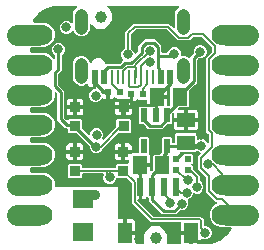
<source format=gbr>
G04 EAGLE Gerber RS-274X export*
G75*
%MOMM*%
%FSLAX34Y34*%
%LPD*%
%INTop Copper*%
%IPPOS*%
%AMOC8*
5,1,8,0,0,1.08239X$1,22.5*%
G01*
%ADD10C,1.000000*%
%ADD11R,1.240000X1.500000*%
%ADD12R,0.900000X0.900000*%
%ADD13R,0.575000X1.150000*%
%ADD14R,0.275000X1.150000*%
%ADD15C,1.108000*%
%ADD16R,0.600000X0.600000*%
%ADD17C,1.778000*%
%ADD18C,1.778000*%
%ADD19R,0.500000X1.550000*%
%ADD20R,1.200000X1.800000*%
%ADD21R,0.550000X1.200000*%
%ADD22R,0.500000X0.500000*%
%ADD23R,1.500000X1.240000*%
%ADD24R,1.800000X1.600000*%
%ADD25C,0.800100*%
%ADD26C,0.304800*%
%ADD27C,0.406400*%
%ADD28C,0.254000*%
%ADD29C,0.177800*%
%ADD30C,0.152400*%
%ADD31C,0.906400*%

G36*
X139734Y2937D02*
X139734Y2937D01*
X139837Y2945D01*
X139865Y2957D01*
X139896Y2962D01*
X139988Y3006D01*
X140083Y3044D01*
X140107Y3064D01*
X140135Y3077D01*
X140210Y3147D01*
X140290Y3212D01*
X140307Y3238D01*
X140329Y3259D01*
X140380Y3348D01*
X140437Y3433D01*
X140442Y3457D01*
X140461Y3489D01*
X140519Y3749D01*
X140516Y3787D01*
X140521Y3810D01*
X140521Y11032D01*
X140506Y11133D01*
X140497Y11236D01*
X140486Y11264D01*
X140481Y11295D01*
X140437Y11387D01*
X140398Y11482D01*
X140379Y11506D01*
X140366Y11534D01*
X140296Y11609D01*
X140231Y11689D01*
X140205Y11706D01*
X140184Y11728D01*
X140095Y11779D01*
X140010Y11836D01*
X139986Y11841D01*
X139953Y11860D01*
X139694Y11918D01*
X139656Y11915D01*
X139633Y11920D01*
X138743Y11920D01*
X138743Y12810D01*
X138728Y12911D01*
X138719Y13014D01*
X138708Y13042D01*
X138703Y13073D01*
X138659Y13165D01*
X138620Y13260D01*
X138601Y13284D01*
X138588Y13312D01*
X138518Y13387D01*
X138453Y13467D01*
X138427Y13484D01*
X138406Y13506D01*
X138317Y13557D01*
X138232Y13614D01*
X138208Y13619D01*
X138175Y13638D01*
X137916Y13696D01*
X137878Y13693D01*
X137855Y13698D01*
X130203Y13698D01*
X130203Y20320D01*
X130188Y20422D01*
X130180Y20524D01*
X130168Y20552D01*
X130163Y20583D01*
X130119Y20675D01*
X130081Y20771D01*
X130061Y20794D01*
X130048Y20822D01*
X129978Y20897D01*
X129913Y20977D01*
X129887Y20994D01*
X129866Y21016D01*
X129777Y21067D01*
X129692Y21124D01*
X129668Y21130D01*
X129636Y21148D01*
X129376Y21206D01*
X129338Y21203D01*
X129315Y21208D01*
X104930Y21208D01*
X88671Y37467D01*
X88671Y53704D01*
X88668Y53725D01*
X88670Y53746D01*
X88648Y53856D01*
X88631Y53967D01*
X88622Y53986D01*
X88618Y54006D01*
X88594Y54045D01*
X88516Y54206D01*
X88439Y54288D01*
X88411Y54332D01*
X84257Y58486D01*
X84240Y58499D01*
X84227Y58515D01*
X84133Y58577D01*
X84043Y58644D01*
X84023Y58651D01*
X84006Y58662D01*
X83961Y58672D01*
X83792Y58731D01*
X83679Y58735D01*
X83629Y58746D01*
X76263Y58746D01*
X76162Y58731D01*
X76060Y58723D01*
X76031Y58711D01*
X76001Y58706D01*
X75908Y58662D01*
X75813Y58624D01*
X75789Y58604D01*
X75761Y58591D01*
X75686Y58521D01*
X75607Y58456D01*
X75590Y58430D01*
X75567Y58409D01*
X75516Y58320D01*
X75459Y58235D01*
X75454Y58211D01*
X75435Y58179D01*
X75398Y58010D01*
X74534Y55925D01*
X72980Y54371D01*
X70949Y53530D01*
X68751Y53530D01*
X66720Y54371D01*
X65166Y55925D01*
X64325Y57956D01*
X64325Y60154D01*
X64729Y61129D01*
X64731Y61139D01*
X64736Y61148D01*
X64763Y61268D01*
X64792Y61387D01*
X64792Y61398D01*
X64794Y61408D01*
X64784Y61530D01*
X64777Y61653D01*
X64773Y61662D01*
X64773Y61673D01*
X64727Y61787D01*
X64684Y61901D01*
X64677Y61910D01*
X64674Y61920D01*
X64596Y62015D01*
X64521Y62112D01*
X64513Y62118D01*
X64506Y62126D01*
X64404Y62194D01*
X64304Y62264D01*
X64294Y62268D01*
X64285Y62273D01*
X64254Y62280D01*
X64051Y62346D01*
X63955Y62347D01*
X63908Y62357D01*
X47119Y62357D01*
X47017Y62342D01*
X46915Y62334D01*
X46887Y62322D01*
X46856Y62317D01*
X46764Y62273D01*
X46668Y62235D01*
X46645Y62215D01*
X46617Y62202D01*
X46542Y62132D01*
X46462Y62067D01*
X46445Y62041D01*
X46423Y62020D01*
X46372Y61931D01*
X46315Y61846D01*
X46309Y61822D01*
X46291Y61790D01*
X46233Y61530D01*
X46236Y61492D01*
X46231Y61469D01*
X46231Y59639D01*
X45338Y58746D01*
X35074Y58746D01*
X34181Y59639D01*
X34181Y69903D01*
X35074Y70796D01*
X45338Y70796D01*
X46231Y69903D01*
X46231Y68073D01*
X46246Y67971D01*
X46254Y67869D01*
X46266Y67841D01*
X46271Y67810D01*
X46315Y67718D01*
X46353Y67622D01*
X46373Y67599D01*
X46386Y67571D01*
X46456Y67496D01*
X46521Y67416D01*
X46547Y67399D01*
X46568Y67377D01*
X46657Y67326D01*
X46742Y67269D01*
X46766Y67263D01*
X46798Y67245D01*
X47058Y67187D01*
X47096Y67190D01*
X47119Y67185D01*
X74293Y67185D01*
X74395Y67200D01*
X74497Y67208D01*
X74525Y67220D01*
X74556Y67225D01*
X74648Y67269D01*
X74744Y67307D01*
X74767Y67327D01*
X74795Y67340D01*
X74870Y67410D01*
X74950Y67475D01*
X74967Y67501D01*
X74989Y67522D01*
X75040Y67611D01*
X75097Y67696D01*
X75103Y67720D01*
X75121Y67752D01*
X75179Y68012D01*
X75176Y68050D01*
X75181Y68073D01*
X75181Y69903D01*
X76074Y70796D01*
X85392Y70796D01*
X85493Y70811D01*
X85596Y70819D01*
X85624Y70831D01*
X85655Y70836D01*
X85747Y70880D01*
X85842Y70918D01*
X85866Y70938D01*
X85894Y70951D01*
X85969Y71021D01*
X86049Y71086D01*
X86066Y71112D01*
X86088Y71133D01*
X86139Y71222D01*
X86196Y71307D01*
X86202Y71331D01*
X86220Y71363D01*
X86278Y71623D01*
X86275Y71661D01*
X86280Y71684D01*
X86280Y72842D01*
X86265Y72943D01*
X86257Y73046D01*
X86245Y73074D01*
X86240Y73105D01*
X86196Y73197D01*
X86158Y73293D01*
X86138Y73317D01*
X86125Y73344D01*
X86055Y73419D01*
X85990Y73499D01*
X85964Y73516D01*
X85943Y73538D01*
X85855Y73589D01*
X85769Y73646D01*
X85745Y73652D01*
X85713Y73670D01*
X85453Y73728D01*
X85415Y73725D01*
X85392Y73730D01*
X82983Y73730D01*
X82983Y78994D01*
X87229Y78994D01*
X87266Y79000D01*
X87304Y78997D01*
X87355Y79013D01*
X87491Y79034D01*
X87623Y79097D01*
X87673Y79113D01*
X87840Y79210D01*
X88486Y79383D01*
X93922Y79383D01*
X94024Y79398D01*
X94126Y79406D01*
X94154Y79418D01*
X94185Y79423D01*
X94277Y79467D01*
X94373Y79505D01*
X94396Y79525D01*
X94424Y79538D01*
X94499Y79608D01*
X94579Y79673D01*
X94596Y79699D01*
X94618Y79720D01*
X94669Y79809D01*
X94726Y79894D01*
X94732Y79918D01*
X94750Y79950D01*
X94808Y80210D01*
X94805Y80248D01*
X94810Y80271D01*
X94810Y92310D01*
X95703Y93203D01*
X102467Y93203D01*
X103360Y92310D01*
X103360Y78950D01*
X103342Y78899D01*
X103299Y78787D01*
X103298Y78773D01*
X103294Y78761D01*
X103290Y78641D01*
X103282Y78522D01*
X103285Y78511D01*
X103285Y78495D01*
X103354Y78239D01*
X103387Y78187D01*
X103398Y78153D01*
X103589Y77823D01*
X103762Y77177D01*
X103762Y71119D01*
X95910Y71119D01*
X95809Y71104D01*
X95706Y71095D01*
X95678Y71084D01*
X95647Y71079D01*
X95555Y71035D01*
X95460Y70996D01*
X95436Y70977D01*
X95408Y70964D01*
X95333Y70894D01*
X95253Y70829D01*
X95236Y70803D01*
X95214Y70782D01*
X95163Y70693D01*
X95106Y70608D01*
X95101Y70584D01*
X95082Y70551D01*
X95024Y70292D01*
X95027Y70254D01*
X95022Y70231D01*
X95022Y69341D01*
X94132Y69341D01*
X94031Y69326D01*
X93928Y69317D01*
X93900Y69306D01*
X93869Y69301D01*
X93777Y69257D01*
X93682Y69218D01*
X93658Y69199D01*
X93630Y69186D01*
X93555Y69116D01*
X93475Y69051D01*
X93458Y69025D01*
X93436Y69004D01*
X93385Y68915D01*
X93328Y68830D01*
X93322Y68806D01*
X93304Y68773D01*
X93246Y68514D01*
X93249Y68476D01*
X93244Y68453D01*
X93244Y62100D01*
X93259Y61998D01*
X93268Y61896D01*
X93279Y61868D01*
X93284Y61837D01*
X93328Y61745D01*
X93367Y61649D01*
X93386Y61626D01*
X93399Y61598D01*
X93469Y61523D01*
X93534Y61443D01*
X93560Y61426D01*
X93581Y61404D01*
X93670Y61353D01*
X93755Y61296D01*
X93779Y61290D01*
X93811Y61272D01*
X94071Y61214D01*
X94109Y61217D01*
X94132Y61212D01*
X94495Y61212D01*
X94495Y51282D01*
X94510Y51181D01*
X94518Y51078D01*
X94530Y51050D01*
X94534Y51019D01*
X94577Y50931D01*
X94573Y50913D01*
X94555Y50880D01*
X94497Y50621D01*
X94500Y50583D01*
X94495Y50560D01*
X94495Y40630D01*
X94133Y40630D01*
X94032Y40615D01*
X93929Y40607D01*
X93901Y40595D01*
X93870Y40590D01*
X93778Y40546D01*
X93682Y40508D01*
X93658Y40488D01*
X93631Y40475D01*
X93556Y40405D01*
X93476Y40340D01*
X93459Y40314D01*
X93437Y40293D01*
X93389Y40210D01*
X93378Y40196D01*
X93372Y40184D01*
X93329Y40119D01*
X93323Y40096D01*
X93305Y40063D01*
X93287Y39986D01*
X93273Y39952D01*
X93267Y39894D01*
X93247Y39803D01*
X93250Y39765D01*
X93245Y39742D01*
X93245Y39729D01*
X93248Y39709D01*
X93246Y39688D01*
X93264Y39598D01*
X93268Y39538D01*
X93277Y39517D01*
X93285Y39466D01*
X93294Y39448D01*
X93298Y39427D01*
X93322Y39388D01*
X93359Y39312D01*
X93367Y39292D01*
X93372Y39286D01*
X93400Y39227D01*
X93477Y39145D01*
X93505Y39101D01*
X106564Y26042D01*
X106581Y26029D01*
X106594Y26013D01*
X106688Y25951D01*
X106778Y25884D01*
X106798Y25877D01*
X106815Y25866D01*
X106860Y25856D01*
X107029Y25797D01*
X107142Y25793D01*
X107192Y25782D01*
X146985Y25782D01*
X147717Y25050D01*
X149317Y23450D01*
X149317Y18478D01*
X149332Y18377D01*
X149340Y18275D01*
X149352Y18246D01*
X149357Y18216D01*
X149401Y18123D01*
X149439Y18028D01*
X149459Y18004D01*
X149472Y17976D01*
X149542Y17901D01*
X149607Y17822D01*
X149633Y17805D01*
X149654Y17782D01*
X149743Y17731D01*
X149828Y17674D01*
X149852Y17669D01*
X149884Y17650D01*
X150144Y17592D01*
X150182Y17595D01*
X150205Y17590D01*
X151594Y17590D01*
X153625Y16749D01*
X155179Y15195D01*
X156020Y13164D01*
X156020Y10966D01*
X155179Y8935D01*
X153625Y7381D01*
X151594Y6540D01*
X149396Y6540D01*
X148513Y6906D01*
X148503Y6908D01*
X148494Y6913D01*
X148374Y6940D01*
X148255Y6969D01*
X148244Y6969D01*
X148234Y6971D01*
X148112Y6961D01*
X147990Y6954D01*
X147980Y6950D01*
X147969Y6949D01*
X147855Y6904D01*
X147741Y6861D01*
X147732Y6854D01*
X147722Y6850D01*
X147627Y6773D01*
X147530Y6698D01*
X147524Y6690D01*
X147516Y6683D01*
X147448Y6580D01*
X147378Y6481D01*
X147374Y6470D01*
X147369Y6462D01*
X147362Y6431D01*
X147296Y6227D01*
X147295Y6132D01*
X147285Y6085D01*
X147285Y3810D01*
X147300Y3708D01*
X147308Y3606D01*
X147320Y3578D01*
X147325Y3547D01*
X147369Y3455D01*
X147407Y3359D01*
X147427Y3336D01*
X147440Y3308D01*
X147510Y3233D01*
X147575Y3153D01*
X147601Y3136D01*
X147622Y3114D01*
X147711Y3063D01*
X147796Y3006D01*
X147820Y3000D01*
X147852Y2982D01*
X148112Y2924D01*
X148150Y2927D01*
X148173Y2922D01*
X156177Y2922D01*
X156440Y2962D01*
X156447Y2965D01*
X156452Y2965D01*
X162649Y4979D01*
X162887Y5098D01*
X162892Y5103D01*
X162897Y5105D01*
X168458Y9146D01*
X168647Y9332D01*
X168651Y9339D01*
X168654Y9342D01*
X172695Y14903D01*
X172817Y15139D01*
X172819Y15146D01*
X172821Y15151D01*
X173008Y15728D01*
X173026Y15835D01*
X173050Y15941D01*
X173048Y15966D01*
X173052Y15990D01*
X173037Y16098D01*
X173028Y16206D01*
X173019Y16229D01*
X173016Y16253D01*
X172970Y16352D01*
X172929Y16453D01*
X172914Y16472D01*
X172903Y16494D01*
X172830Y16574D01*
X172762Y16659D01*
X172741Y16673D01*
X172725Y16691D01*
X172631Y16746D01*
X172541Y16806D01*
X172522Y16811D01*
X172496Y16826D01*
X172237Y16887D01*
X172191Y16884D01*
X172164Y16890D01*
X163028Y16890D01*
X159201Y18476D01*
X156271Y21406D01*
X154685Y25233D01*
X154685Y29377D01*
X156271Y33204D01*
X159201Y36134D01*
X160126Y36517D01*
X160205Y36565D01*
X160288Y36605D01*
X160318Y36633D01*
X160353Y36655D01*
X160415Y36724D01*
X160482Y36787D01*
X160503Y36822D01*
X160530Y36853D01*
X160568Y36937D01*
X160614Y37017D01*
X160623Y37058D01*
X160640Y37095D01*
X160652Y37187D01*
X160672Y37277D01*
X160669Y37318D01*
X160674Y37359D01*
X160658Y37450D01*
X160650Y37542D01*
X160635Y37580D01*
X160628Y37621D01*
X160586Y37703D01*
X160551Y37789D01*
X160525Y37821D01*
X160507Y37857D01*
X160442Y37923D01*
X160384Y37995D01*
X160349Y38018D01*
X160321Y38047D01*
X160240Y38091D01*
X160163Y38142D01*
X160132Y38149D01*
X160087Y38174D01*
X159839Y38223D01*
X152994Y45068D01*
X151320Y46742D01*
X151320Y58534D01*
X151317Y58554D01*
X151319Y58575D01*
X151297Y58686D01*
X151280Y58797D01*
X151271Y58815D01*
X151267Y58836D01*
X151242Y58875D01*
X151164Y59036D01*
X151087Y59118D01*
X151060Y59162D01*
X144271Y65950D01*
X144271Y67997D01*
X144296Y68030D01*
X144303Y68050D01*
X144314Y68068D01*
X144324Y68113D01*
X144383Y68281D01*
X144387Y68394D01*
X144398Y68445D01*
X144398Y76512D01*
X146600Y78714D01*
X146606Y78722D01*
X146614Y78728D01*
X146634Y78756D01*
X146638Y78760D01*
X146643Y78770D01*
X146685Y78829D01*
X146757Y78928D01*
X146761Y78937D01*
X146767Y78946D01*
X146804Y79063D01*
X146845Y79179D01*
X146845Y79189D01*
X146848Y79199D01*
X146850Y79322D01*
X146854Y79444D01*
X146851Y79454D01*
X146851Y79465D01*
X146816Y79582D01*
X146784Y79701D01*
X146778Y79710D01*
X146775Y79720D01*
X146707Y79822D01*
X146641Y79925D01*
X146633Y79932D01*
X146627Y79941D01*
X146602Y79959D01*
X146439Y80097D01*
X146351Y80135D01*
X146311Y80162D01*
X144190Y81041D01*
X144019Y81212D01*
X143937Y81273D01*
X143858Y81339D01*
X143830Y81351D01*
X143805Y81370D01*
X143708Y81403D01*
X143614Y81444D01*
X143583Y81447D01*
X143554Y81457D01*
X143452Y81460D01*
X143350Y81471D01*
X143319Y81465D01*
X143289Y81466D01*
X143190Y81439D01*
X143089Y81419D01*
X143069Y81406D01*
X143032Y81396D01*
X142808Y81254D01*
X142783Y81225D01*
X142763Y81212D01*
X142371Y80819D01*
X130178Y80819D01*
X130144Y80814D01*
X130110Y80817D01*
X130013Y80794D01*
X129916Y80779D01*
X129885Y80764D01*
X129851Y80757D01*
X129765Y80707D01*
X129676Y80664D01*
X129651Y80640D01*
X129621Y80623D01*
X129554Y80550D01*
X129482Y80482D01*
X129465Y80452D01*
X129441Y80427D01*
X129399Y80337D01*
X129350Y80252D01*
X129343Y80218D01*
X129328Y80187D01*
X129314Y80089D01*
X129292Y79992D01*
X129295Y79958D01*
X129290Y79924D01*
X129306Y79826D01*
X129314Y79727D01*
X129327Y79695D01*
X129332Y79661D01*
X129376Y79572D01*
X129413Y79480D01*
X129435Y79454D01*
X129450Y79423D01*
X129488Y79387D01*
X129580Y79274D01*
X129695Y79197D01*
X129734Y79162D01*
X129997Y79010D01*
X130470Y78537D01*
X130759Y78037D01*
X130813Y77970D01*
X130858Y77897D01*
X130895Y77866D01*
X130925Y77829D01*
X130996Y77781D01*
X131061Y77725D01*
X131105Y77706D01*
X131145Y77680D01*
X131227Y77655D01*
X131306Y77621D01*
X131353Y77616D01*
X131399Y77602D01*
X131485Y77602D01*
X131570Y77593D01*
X131617Y77603D01*
X131665Y77603D01*
X131746Y77629D01*
X131831Y77646D01*
X131861Y77665D01*
X131918Y77683D01*
X132137Y77834D01*
X132147Y77847D01*
X132156Y77853D01*
X132805Y78502D01*
X139069Y78502D01*
X139962Y77609D01*
X139962Y71345D01*
X139221Y70605D01*
X139160Y70522D01*
X139094Y70444D01*
X139082Y70416D01*
X139064Y70391D01*
X139030Y70294D01*
X138990Y70200D01*
X138986Y70169D01*
X138976Y70140D01*
X138973Y70037D01*
X138962Y69935D01*
X138968Y69905D01*
X138967Y69874D01*
X138994Y69775D01*
X139014Y69675D01*
X139027Y69654D01*
X139037Y69618D01*
X139180Y69394D01*
X139209Y69369D01*
X139221Y69349D01*
X139962Y68609D01*
X139962Y66512D01*
X139965Y66491D01*
X139963Y66470D01*
X139985Y66360D01*
X140002Y66249D01*
X140011Y66230D01*
X140015Y66209D01*
X140039Y66171D01*
X140117Y66010D01*
X140194Y65927D01*
X140222Y65884D01*
X146003Y60103D01*
X146003Y56436D01*
X146012Y56375D01*
X146011Y56313D01*
X146032Y56244D01*
X146043Y56173D01*
X146070Y56118D01*
X146087Y56058D01*
X146127Y55999D01*
X146158Y55934D01*
X146201Y55889D01*
X146235Y55837D01*
X146274Y55810D01*
X146340Y55740D01*
X146526Y55634D01*
X146551Y55616D01*
X146640Y55579D01*
X148194Y54025D01*
X149035Y51994D01*
X149035Y49796D01*
X148194Y47765D01*
X146640Y46211D01*
X144609Y45370D01*
X142411Y45370D01*
X141601Y45705D01*
X141591Y45708D01*
X141582Y45713D01*
X141462Y45740D01*
X141343Y45769D01*
X141332Y45768D01*
X141322Y45771D01*
X141200Y45761D01*
X141077Y45754D01*
X141068Y45750D01*
X141057Y45749D01*
X140943Y45703D01*
X140829Y45660D01*
X140820Y45654D01*
X140810Y45650D01*
X140714Y45572D01*
X140618Y45498D01*
X140612Y45489D01*
X140604Y45483D01*
X140536Y45380D01*
X140466Y45280D01*
X140462Y45270D01*
X140457Y45261D01*
X140450Y45231D01*
X140426Y45158D01*
X139532Y42998D01*
X137977Y41443D01*
X136154Y40688D01*
X136066Y40635D01*
X135975Y40588D01*
X135952Y40567D01*
X135926Y40551D01*
X135858Y40474D01*
X135785Y40402D01*
X135770Y40375D01*
X135749Y40352D01*
X135707Y40259D01*
X135658Y40169D01*
X135652Y40138D01*
X135639Y40110D01*
X135626Y40009D01*
X135606Y39908D01*
X135610Y39884D01*
X135606Y39847D01*
X135652Y39585D01*
X135669Y39551D01*
X135673Y39528D01*
X136335Y37929D01*
X136335Y35731D01*
X135494Y33700D01*
X133940Y32146D01*
X131909Y31305D01*
X129605Y31305D01*
X129584Y31302D01*
X129563Y31304D01*
X129453Y31282D01*
X129342Y31265D01*
X129323Y31256D01*
X129303Y31252D01*
X129264Y31227D01*
X129103Y31149D01*
X129020Y31072D01*
X128977Y31045D01*
X125618Y27685D01*
X114412Y27685D01*
X102949Y39148D01*
X102949Y40941D01*
X102946Y40962D01*
X102948Y40983D01*
X102926Y41093D01*
X102909Y41204D01*
X102900Y41223D01*
X102896Y41244D01*
X102872Y41282D01*
X102794Y41444D01*
X102717Y41526D01*
X102689Y41570D01*
X101963Y42295D01*
X101894Y42346D01*
X101831Y42404D01*
X101788Y42425D01*
X101749Y42453D01*
X101668Y42481D01*
X101591Y42518D01*
X101544Y42525D01*
X101498Y42540D01*
X101413Y42543D01*
X101328Y42555D01*
X101281Y42548D01*
X101233Y42550D01*
X101150Y42527D01*
X101065Y42514D01*
X101022Y42492D01*
X100976Y42480D01*
X100904Y42434D01*
X100827Y42396D01*
X100803Y42370D01*
X100752Y42337D01*
X100580Y42134D01*
X100573Y42119D01*
X100566Y42111D01*
X100277Y41611D01*
X99804Y41138D01*
X99225Y40803D01*
X98579Y40630D01*
X96993Y40630D01*
X96993Y50560D01*
X96978Y50661D01*
X96970Y50764D01*
X96958Y50792D01*
X96953Y50823D01*
X96911Y50911D01*
X96915Y50929D01*
X96933Y50962D01*
X96991Y51221D01*
X96988Y51259D01*
X96993Y51282D01*
X96993Y58413D01*
X96978Y58515D01*
X96970Y58617D01*
X96958Y58645D01*
X96953Y58676D01*
X96909Y58768D01*
X96871Y58864D01*
X96851Y58887D01*
X96838Y58915D01*
X96798Y58958D01*
X96798Y67565D01*
X103762Y67565D01*
X103762Y65179D01*
X103769Y65128D01*
X103768Y65077D01*
X103789Y64998D01*
X103802Y64917D01*
X103824Y64870D01*
X103838Y64820D01*
X103882Y64751D01*
X103917Y64677D01*
X103953Y64640D01*
X103980Y64596D01*
X104043Y64543D01*
X104099Y64483D01*
X104143Y64457D01*
X104183Y64424D01*
X104258Y64392D01*
X104329Y64351D01*
X104380Y64340D01*
X104427Y64320D01*
X104509Y64311D01*
X104589Y64293D01*
X104640Y64298D01*
X104692Y64292D01*
X104772Y64308D01*
X104854Y64315D01*
X104902Y64334D01*
X104952Y64344D01*
X104996Y64372D01*
X105101Y64414D01*
X105240Y64527D01*
X105278Y64551D01*
X106036Y65309D01*
X106049Y65326D01*
X106065Y65340D01*
X106127Y65433D01*
X106194Y65523D01*
X106201Y65543D01*
X106212Y65561D01*
X106222Y65605D01*
X106281Y65775D01*
X106285Y65885D01*
X106294Y65926D01*
X106294Y65928D01*
X106296Y65938D01*
X106296Y77474D01*
X107189Y78367D01*
X111914Y78367D01*
X111935Y78370D01*
X111956Y78368D01*
X112067Y78390D01*
X112177Y78407D01*
X112196Y78416D01*
X112217Y78420D01*
X112255Y78444D01*
X112417Y78522D01*
X112499Y78599D01*
X112543Y78627D01*
X112704Y78788D01*
X112722Y78813D01*
X112738Y78824D01*
X113584Y79768D01*
X113654Y79875D01*
X113726Y79984D01*
X113727Y79987D01*
X113729Y79990D01*
X113803Y80246D01*
X113801Y80320D01*
X113810Y80361D01*
X113810Y92310D01*
X114703Y93203D01*
X121467Y93203D01*
X122360Y92310D01*
X122360Y89361D01*
X122375Y89259D01*
X122383Y89157D01*
X122395Y89129D01*
X122400Y89098D01*
X122444Y89006D01*
X122482Y88910D01*
X122502Y88887D01*
X122515Y88859D01*
X122585Y88784D01*
X122650Y88704D01*
X122676Y88687D01*
X122697Y88665D01*
X122786Y88614D01*
X122871Y88557D01*
X122895Y88551D01*
X122927Y88533D01*
X123187Y88475D01*
X123225Y88478D01*
X123248Y88473D01*
X124326Y88473D01*
X124428Y88488D01*
X124530Y88496D01*
X124558Y88508D01*
X124589Y88513D01*
X124681Y88557D01*
X124777Y88595D01*
X124800Y88615D01*
X124828Y88628D01*
X124903Y88698D01*
X124983Y88763D01*
X125000Y88789D01*
X125022Y88810D01*
X125073Y88899D01*
X125130Y88984D01*
X125136Y89008D01*
X125154Y89040D01*
X125212Y89300D01*
X125209Y89338D01*
X125214Y89361D01*
X125214Y95376D01*
X126107Y96269D01*
X142371Y96269D01*
X143264Y95376D01*
X143264Y91355D01*
X143265Y91344D01*
X143264Y91334D01*
X143285Y91213D01*
X143304Y91092D01*
X143308Y91082D01*
X143310Y91072D01*
X143366Y90963D01*
X143419Y90853D01*
X143426Y90845D01*
X143431Y90835D01*
X143517Y90748D01*
X143601Y90658D01*
X143610Y90653D01*
X143617Y90645D01*
X143725Y90587D01*
X143831Y90526D01*
X143842Y90524D01*
X143851Y90519D01*
X143971Y90495D01*
X144091Y90468D01*
X144101Y90469D01*
X144112Y90467D01*
X144142Y90473D01*
X144356Y90490D01*
X144444Y90526D01*
X144492Y90534D01*
X146221Y91250D01*
X148419Y91250D01*
X150450Y90409D01*
X152004Y88855D01*
X152087Y88654D01*
X152135Y88575D01*
X152175Y88491D01*
X152203Y88461D01*
X152225Y88426D01*
X152294Y88365D01*
X152357Y88297D01*
X152392Y88277D01*
X152423Y88249D01*
X152507Y88211D01*
X152587Y88165D01*
X152628Y88156D01*
X152665Y88139D01*
X152757Y88127D01*
X152847Y88107D01*
X152888Y88111D01*
X152929Y88106D01*
X153020Y88121D01*
X153112Y88129D01*
X153150Y88144D01*
X153191Y88151D01*
X153273Y88194D01*
X153359Y88228D01*
X153391Y88254D01*
X153427Y88273D01*
X153493Y88337D01*
X153565Y88396D01*
X153588Y88430D01*
X153617Y88459D01*
X153661Y88540D01*
X153712Y88617D01*
X153719Y88647D01*
X153744Y88692D01*
X153795Y88953D01*
X153792Y88973D01*
X153796Y88994D01*
X153796Y95042D01*
X153793Y95063D01*
X153795Y95084D01*
X153773Y95194D01*
X153756Y95305D01*
X153747Y95324D01*
X153743Y95345D01*
X153719Y95383D01*
X153641Y95545D01*
X153564Y95627D01*
X153536Y95670D01*
X153057Y96149D01*
X151383Y97823D01*
X151383Y159987D01*
X156076Y164680D01*
X156089Y164696D01*
X156105Y164710D01*
X156167Y164803D01*
X156234Y164893D01*
X156241Y164913D01*
X156252Y164931D01*
X156262Y164975D01*
X156321Y165145D01*
X156325Y165257D01*
X156336Y165308D01*
X156336Y168702D01*
X156333Y168723D01*
X156335Y168744D01*
X156313Y168854D01*
X156296Y168965D01*
X156287Y168984D01*
X156283Y169005D01*
X156259Y169043D01*
X156181Y169205D01*
X156104Y169287D01*
X156076Y169330D01*
X151315Y174092D01*
X151306Y174106D01*
X151228Y174267D01*
X151151Y174350D01*
X151123Y174393D01*
X147981Y177535D01*
X147965Y177547D01*
X147951Y177564D01*
X147858Y177626D01*
X147768Y177693D01*
X147748Y177700D01*
X147730Y177711D01*
X147686Y177721D01*
X147516Y177780D01*
X147404Y177784D01*
X147353Y177795D01*
X140564Y177795D01*
X140543Y177792D01*
X140522Y177794D01*
X140412Y177772D01*
X140301Y177755D01*
X140282Y177746D01*
X140262Y177742D01*
X140223Y177718D01*
X140062Y177640D01*
X139979Y177563D01*
X139936Y177535D01*
X137470Y175069D01*
X127588Y175069D01*
X118640Y184016D01*
X118623Y184029D01*
X118610Y184045D01*
X118517Y184107D01*
X118426Y184174D01*
X118407Y184181D01*
X118389Y184192D01*
X118345Y184202D01*
X118175Y184261D01*
X118063Y184265D01*
X118012Y184276D01*
X92137Y184276D01*
X92117Y184273D01*
X92096Y184275D01*
X91985Y184253D01*
X91875Y184236D01*
X91856Y184227D01*
X91835Y184223D01*
X91797Y184199D01*
X91635Y184121D01*
X91553Y184044D01*
X91509Y184016D01*
X87729Y180235D01*
X87716Y180218D01*
X87700Y180205D01*
X87637Y180112D01*
X87571Y180021D01*
X87564Y180002D01*
X87552Y179984D01*
X87542Y179940D01*
X87484Y179770D01*
X87480Y179658D01*
X87468Y179607D01*
X87468Y168769D01*
X87478Y168708D01*
X87477Y168646D01*
X87498Y168577D01*
X87508Y168506D01*
X87535Y168451D01*
X87553Y168391D01*
X87593Y168332D01*
X87624Y168267D01*
X87666Y168222D01*
X87701Y168170D01*
X87740Y168143D01*
X87805Y168073D01*
X87991Y167967D01*
X88017Y167949D01*
X88185Y167879D01*
X89739Y166325D01*
X90566Y164329D01*
X90571Y164320D01*
X90574Y164309D01*
X90640Y164206D01*
X90703Y164101D01*
X90711Y164094D01*
X90717Y164085D01*
X90810Y164005D01*
X90902Y163924D01*
X90911Y163920D01*
X90919Y163913D01*
X91032Y163865D01*
X91143Y163814D01*
X91154Y163813D01*
X91164Y163809D01*
X91286Y163796D01*
X91407Y163780D01*
X91417Y163782D01*
X91428Y163781D01*
X91549Y163805D01*
X91669Y163826D01*
X91678Y163831D01*
X91689Y163833D01*
X91715Y163850D01*
X91905Y163948D01*
X91974Y164014D01*
X92014Y164040D01*
X93656Y165682D01*
X93668Y165698D01*
X93684Y165712D01*
X93747Y165805D01*
X93813Y165895D01*
X93820Y165915D01*
X93832Y165933D01*
X93842Y165977D01*
X93901Y166147D01*
X93904Y166257D01*
X93914Y166299D01*
X93914Y166300D01*
X93916Y166310D01*
X93916Y170342D01*
X99533Y175959D01*
X108219Y175959D01*
X111637Y172540D01*
X111638Y172540D01*
X113535Y170643D01*
X113535Y165608D01*
X113550Y165506D01*
X113558Y165404D01*
X113570Y165376D01*
X113575Y165345D01*
X113619Y165253D01*
X113657Y165157D01*
X113677Y165134D01*
X113690Y165106D01*
X113760Y165031D01*
X113825Y164951D01*
X113851Y164934D01*
X113872Y164912D01*
X113961Y164861D01*
X114046Y164804D01*
X114070Y164798D01*
X114102Y164780D01*
X114362Y164722D01*
X114400Y164725D01*
X114423Y164720D01*
X118318Y164720D01*
X118379Y164729D01*
X118441Y164728D01*
X118510Y164749D01*
X118581Y164760D01*
X118637Y164787D01*
X118696Y164804D01*
X118756Y164844D01*
X118820Y164875D01*
X118866Y164918D01*
X118917Y164952D01*
X118945Y164991D01*
X119015Y165057D01*
X119121Y165243D01*
X119139Y165268D01*
X119839Y166960D01*
X121394Y168514D01*
X123424Y169355D01*
X125623Y169355D01*
X127653Y168514D01*
X129208Y166960D01*
X130049Y164929D01*
X130049Y162863D01*
X130064Y162761D01*
X130072Y162659D01*
X130084Y162631D01*
X130089Y162600D01*
X130133Y162508D01*
X130171Y162412D01*
X130191Y162389D01*
X130204Y162361D01*
X130274Y162286D01*
X130339Y162206D01*
X130365Y162189D01*
X130386Y162167D01*
X130475Y162116D01*
X130560Y162059D01*
X130584Y162053D01*
X130616Y162035D01*
X130876Y161977D01*
X130914Y161980D01*
X130937Y161975D01*
X133505Y161975D01*
X136102Y160899D01*
X136405Y160596D01*
X136446Y160565D01*
X136482Y160528D01*
X136553Y160487D01*
X136619Y160438D01*
X136668Y160421D01*
X136712Y160396D01*
X136792Y160378D01*
X136870Y160351D01*
X136922Y160349D01*
X136972Y160338D01*
X137054Y160345D01*
X137136Y160342D01*
X137185Y160355D01*
X137237Y160360D01*
X137313Y160390D01*
X137392Y160412D01*
X137436Y160439D01*
X137484Y160459D01*
X137547Y160510D01*
X137616Y160554D01*
X137650Y160594D01*
X137690Y160626D01*
X137735Y160695D01*
X137788Y160757D01*
X137799Y160781D01*
X140554Y163536D01*
X140567Y163553D01*
X140583Y163567D01*
X140645Y163660D01*
X140712Y163750D01*
X140719Y163770D01*
X140730Y163788D01*
X140740Y163832D01*
X140799Y164001D01*
X140803Y164114D01*
X140814Y164165D01*
X140814Y166469D01*
X141655Y168499D01*
X143210Y170054D01*
X145240Y170895D01*
X147439Y170895D01*
X149469Y170054D01*
X151024Y168499D01*
X151865Y166469D01*
X151865Y164270D01*
X151024Y162240D01*
X149469Y160685D01*
X147439Y159844D01*
X145135Y159844D01*
X145114Y159841D01*
X145093Y159843D01*
X144983Y159821D01*
X144872Y159804D01*
X144853Y159795D01*
X144832Y159791D01*
X144794Y159767D01*
X144632Y159689D01*
X144550Y159612D01*
X144506Y159584D01*
X143771Y158849D01*
X143758Y158832D01*
X143742Y158818D01*
X143680Y158725D01*
X143613Y158635D01*
X143606Y158615D01*
X143595Y158597D01*
X143585Y158553D01*
X143526Y158384D01*
X143522Y158271D01*
X143511Y158220D01*
X143511Y139304D01*
X141613Y137407D01*
X136865Y132659D01*
X136852Y132642D01*
X136836Y132628D01*
X136774Y132535D01*
X136707Y132445D01*
X136700Y132425D01*
X136689Y132407D01*
X136679Y132363D01*
X136620Y132194D01*
X136616Y132081D01*
X136605Y132030D01*
X136605Y119249D01*
X135712Y118356D01*
X128392Y118356D01*
X128371Y118353D01*
X128350Y118355D01*
X128239Y118333D01*
X128129Y118316D01*
X128110Y118307D01*
X128089Y118303D01*
X128051Y118279D01*
X127889Y118201D01*
X127807Y118124D01*
X127763Y118096D01*
X127468Y117801D01*
X127438Y117760D01*
X127400Y117724D01*
X127359Y117653D01*
X127311Y117587D01*
X127294Y117538D01*
X127268Y117494D01*
X127250Y117414D01*
X127223Y117336D01*
X127222Y117284D01*
X127210Y117234D01*
X127217Y117152D01*
X127214Y117070D01*
X127228Y117021D01*
X127232Y116969D01*
X127262Y116893D01*
X127284Y116814D01*
X127312Y116770D01*
X127331Y116722D01*
X127383Y116659D01*
X127427Y116590D01*
X127466Y116556D01*
X127499Y116516D01*
X127567Y116471D01*
X127629Y116418D01*
X127677Y116397D01*
X127720Y116369D01*
X127770Y116357D01*
X127874Y116313D01*
X128052Y116295D01*
X128096Y116285D01*
X132462Y116285D01*
X132462Y109321D01*
X124198Y109321D01*
X124198Y112387D01*
X124191Y112437D01*
X124192Y112489D01*
X124171Y112568D01*
X124158Y112649D01*
X124136Y112696D01*
X124122Y112746D01*
X124078Y112815D01*
X124043Y112889D01*
X124008Y112926D01*
X123980Y112970D01*
X123917Y113023D01*
X123861Y113083D01*
X123817Y113109D01*
X123777Y113142D01*
X123702Y113174D01*
X123631Y113215D01*
X123580Y113226D01*
X123533Y113246D01*
X123451Y113255D01*
X123371Y113273D01*
X123320Y113268D01*
X123268Y113274D01*
X123188Y113258D01*
X123106Y113251D01*
X123058Y113232D01*
X123008Y113222D01*
X122964Y113194D01*
X122859Y113152D01*
X122720Y113039D01*
X122682Y113015D01*
X122620Y112953D01*
X122607Y112936D01*
X122591Y112922D01*
X122529Y112829D01*
X122462Y112739D01*
X122455Y112719D01*
X122444Y112701D01*
X122434Y112657D01*
X122375Y112488D01*
X122371Y112375D01*
X122360Y112324D01*
X122360Y105048D01*
X121467Y104155D01*
X118509Y104155D01*
X118488Y104152D01*
X118467Y104154D01*
X118357Y104132D01*
X118246Y104115D01*
X118227Y104106D01*
X118206Y104102D01*
X118168Y104078D01*
X118006Y104000D01*
X117924Y103923D01*
X117880Y103895D01*
X114061Y100075D01*
X102372Y100075D01*
X100475Y101973D01*
X98553Y103895D01*
X98536Y103908D01*
X98522Y103924D01*
X98429Y103986D01*
X98339Y104053D01*
X98319Y104060D01*
X98301Y104071D01*
X98257Y104081D01*
X98088Y104140D01*
X97975Y104144D01*
X97924Y104155D01*
X95703Y104155D01*
X94810Y105048D01*
X94810Y118312D01*
X95703Y119205D01*
X100251Y119205D01*
X100353Y119220D01*
X100455Y119228D01*
X100483Y119240D01*
X100514Y119245D01*
X100606Y119289D01*
X100702Y119327D01*
X100725Y119347D01*
X100753Y119360D01*
X100828Y119430D01*
X100908Y119495D01*
X100925Y119521D01*
X100947Y119542D01*
X100998Y119631D01*
X101055Y119716D01*
X101061Y119740D01*
X101079Y119772D01*
X101137Y120032D01*
X101134Y120070D01*
X101139Y120093D01*
X101139Y123873D01*
X101124Y123975D01*
X101116Y124077D01*
X101104Y124105D01*
X101099Y124136D01*
X101055Y124228D01*
X101017Y124324D01*
X100997Y124347D01*
X100984Y124375D01*
X100914Y124450D01*
X100849Y124530D01*
X100823Y124547D01*
X100802Y124569D01*
X100713Y124620D01*
X100628Y124677D01*
X100604Y124683D01*
X100572Y124701D01*
X100312Y124759D01*
X100274Y124756D01*
X100251Y124761D01*
X94158Y124761D01*
X94042Y124878D01*
X93973Y124929D01*
X93910Y124987D01*
X93866Y125007D01*
X93828Y125036D01*
X93747Y125064D01*
X93669Y125100D01*
X93622Y125107D01*
X93577Y125123D01*
X93491Y125126D01*
X93406Y125138D01*
X93359Y125130D01*
X93311Y125132D01*
X93228Y125109D01*
X93144Y125096D01*
X93101Y125075D01*
X93055Y125062D01*
X92983Y125016D01*
X92906Y124978D01*
X92882Y124952D01*
X92830Y124920D01*
X92682Y124745D01*
X92190Y124253D01*
X91611Y123918D01*
X90965Y123745D01*
X89389Y123745D01*
X89287Y123730D01*
X89185Y123722D01*
X89157Y123710D01*
X89126Y123705D01*
X89034Y123661D01*
X88938Y123623D01*
X88915Y123603D01*
X88887Y123590D01*
X88812Y123520D01*
X88732Y123455D01*
X88715Y123429D01*
X88693Y123408D01*
X88642Y123319D01*
X88585Y123234D01*
X88579Y123210D01*
X88561Y123178D01*
X88503Y122918D01*
X88504Y122902D01*
X88503Y122897D01*
X88505Y122875D01*
X88501Y122857D01*
X88501Y120267D01*
X82349Y120267D01*
X82248Y120252D01*
X82145Y120243D01*
X82117Y120232D01*
X82086Y120227D01*
X81994Y120183D01*
X81899Y120144D01*
X81875Y120125D01*
X81847Y120112D01*
X81772Y120042D01*
X81692Y119977D01*
X81675Y119951D01*
X81653Y119930D01*
X81602Y119841D01*
X81545Y119756D01*
X81540Y119732D01*
X81521Y119699D01*
X81463Y119440D01*
X81466Y119402D01*
X81461Y119379D01*
X81461Y118489D01*
X81459Y118489D01*
X81459Y119379D01*
X81444Y119480D01*
X81435Y119583D01*
X81424Y119611D01*
X81419Y119642D01*
X81375Y119734D01*
X81336Y119829D01*
X81317Y119853D01*
X81304Y119881D01*
X81234Y119956D01*
X81169Y120036D01*
X81143Y120053D01*
X81122Y120075D01*
X81033Y120126D01*
X80948Y120183D01*
X80924Y120188D01*
X80891Y120207D01*
X80632Y120265D01*
X80594Y120262D01*
X80571Y120267D01*
X74419Y120267D01*
X74419Y123325D01*
X74592Y123971D01*
X74927Y124550D01*
X75400Y125023D01*
X75430Y125064D01*
X75468Y125100D01*
X75509Y125171D01*
X75558Y125237D01*
X75575Y125286D01*
X75600Y125330D01*
X75618Y125410D01*
X75645Y125488D01*
X75647Y125540D01*
X75658Y125590D01*
X75651Y125672D01*
X75654Y125754D01*
X75640Y125803D01*
X75636Y125855D01*
X75606Y125931D01*
X75584Y126010D01*
X75557Y126054D01*
X75537Y126102D01*
X75485Y126165D01*
X75442Y126234D01*
X75402Y126268D01*
X75370Y126308D01*
X75301Y126353D01*
X75239Y126406D01*
X75192Y126427D01*
X75149Y126455D01*
X75098Y126467D01*
X74994Y126511D01*
X74816Y126529D01*
X74772Y126539D01*
X74473Y126539D01*
X74357Y126656D01*
X74288Y126707D01*
X74225Y126765D01*
X74181Y126785D01*
X74143Y126814D01*
X74062Y126842D01*
X73984Y126878D01*
X73937Y126885D01*
X73892Y126901D01*
X73806Y126904D01*
X73721Y126916D01*
X73674Y126908D01*
X73626Y126910D01*
X73543Y126887D01*
X73459Y126874D01*
X73416Y126853D01*
X73370Y126840D01*
X73298Y126794D01*
X73221Y126756D01*
X73197Y126730D01*
X73145Y126698D01*
X72997Y126523D01*
X72505Y126031D01*
X71926Y125696D01*
X71280Y125523D01*
X69444Y125523D01*
X69444Y130453D01*
X69429Y130554D01*
X69421Y130657D01*
X69409Y130685D01*
X69404Y130716D01*
X69360Y130808D01*
X69322Y130903D01*
X69302Y130927D01*
X69289Y130955D01*
X69219Y131030D01*
X69154Y131110D01*
X69128Y131127D01*
X69107Y131149D01*
X69018Y131200D01*
X68933Y131257D01*
X68909Y131262D01*
X68877Y131281D01*
X68617Y131339D01*
X68579Y131336D01*
X68556Y131341D01*
X68222Y131341D01*
X68222Y131675D01*
X68207Y131777D01*
X68198Y131879D01*
X68187Y131907D01*
X68182Y131938D01*
X68138Y132030D01*
X68099Y132126D01*
X68080Y132149D01*
X68067Y132177D01*
X67996Y132252D01*
X67932Y132332D01*
X67906Y132349D01*
X67885Y132371D01*
X67796Y132422D01*
X67711Y132479D01*
X67687Y132485D01*
X67654Y132503D01*
X67395Y132561D01*
X67357Y132558D01*
X67334Y132563D01*
X63316Y132563D01*
X63306Y132562D01*
X63296Y132563D01*
X63175Y132542D01*
X63054Y132523D01*
X63044Y132519D01*
X63034Y132517D01*
X62925Y132461D01*
X62814Y132408D01*
X62807Y132401D01*
X62797Y132396D01*
X62710Y132310D01*
X62620Y132226D01*
X62615Y132217D01*
X62607Y132210D01*
X62549Y132102D01*
X62488Y131996D01*
X62486Y131985D01*
X62481Y131976D01*
X62457Y131856D01*
X62430Y131736D01*
X62431Y131726D01*
X62429Y131715D01*
X62435Y131685D01*
X62452Y131471D01*
X62488Y131383D01*
X62496Y131335D01*
X63002Y130113D01*
X63034Y130060D01*
X63057Y130002D01*
X63102Y129947D01*
X63139Y129885D01*
X63186Y129844D01*
X63225Y129796D01*
X63284Y129756D01*
X63338Y129709D01*
X63394Y129683D01*
X63446Y129649D01*
X63493Y129638D01*
X63580Y129599D01*
X63792Y129571D01*
X63823Y129565D01*
X66446Y129565D01*
X66446Y125523D01*
X64610Y125523D01*
X63964Y125696D01*
X63821Y125779D01*
X63795Y125789D01*
X63772Y125805D01*
X63671Y125838D01*
X63573Y125876D01*
X63546Y125878D01*
X63519Y125887D01*
X63413Y125888D01*
X63308Y125896D01*
X63281Y125889D01*
X63253Y125890D01*
X63152Y125860D01*
X63049Y125836D01*
X63025Y125822D01*
X62998Y125814D01*
X62911Y125755D01*
X62820Y125702D01*
X62801Y125681D01*
X62778Y125666D01*
X62749Y125625D01*
X62640Y125506D01*
X62586Y125393D01*
X62556Y125350D01*
X62469Y125140D01*
X60915Y123586D01*
X58884Y122745D01*
X56686Y122745D01*
X54655Y123586D01*
X53101Y125140D01*
X52260Y127171D01*
X52260Y129369D01*
X53101Y131400D01*
X54655Y132954D01*
X56264Y133620D01*
X56343Y133668D01*
X56426Y133708D01*
X56456Y133736D01*
X56474Y133747D01*
X56555Y133754D01*
X56644Y133789D01*
X56679Y133795D01*
X57449Y133795D01*
X57550Y133811D01*
X57652Y133819D01*
X57681Y133830D01*
X57711Y133835D01*
X57804Y133880D01*
X57899Y133918D01*
X57923Y133937D01*
X57951Y133951D01*
X58026Y134021D01*
X58105Y134086D01*
X58122Y134111D01*
X58145Y134132D01*
X58196Y134221D01*
X58253Y134307D01*
X58258Y134330D01*
X58277Y134363D01*
X58335Y134622D01*
X58332Y134660D01*
X58337Y134683D01*
X58337Y143071D01*
X58321Y143173D01*
X58313Y143275D01*
X58302Y143304D01*
X58297Y143334D01*
X58252Y143426D01*
X58214Y143522D01*
X58195Y143546D01*
X58181Y143573D01*
X58111Y143648D01*
X58046Y143728D01*
X58021Y143745D01*
X58000Y143768D01*
X57911Y143819D01*
X57825Y143876D01*
X57802Y143881D01*
X57769Y143900D01*
X57510Y143957D01*
X57472Y143954D01*
X57449Y143960D01*
X56351Y143960D01*
X56250Y143944D01*
X56148Y143936D01*
X56119Y143924D01*
X56089Y143920D01*
X55996Y143875D01*
X55901Y143837D01*
X55877Y143817D01*
X55849Y143804D01*
X55774Y143734D01*
X55695Y143669D01*
X55677Y143644D01*
X55655Y143623D01*
X55604Y143534D01*
X55547Y143448D01*
X55542Y143425D01*
X55523Y143392D01*
X55465Y143132D01*
X55468Y143095D01*
X55463Y143071D01*
X55463Y135329D01*
X53690Y135329D01*
X53044Y135502D01*
X52465Y135837D01*
X51992Y136310D01*
X51657Y136889D01*
X51478Y137560D01*
X51478Y137581D01*
X51457Y137661D01*
X51444Y137742D01*
X51422Y137788D01*
X51408Y137838D01*
X51364Y137907D01*
X51329Y137981D01*
X51293Y138019D01*
X51266Y138062D01*
X51203Y138115D01*
X51147Y138175D01*
X51102Y138201D01*
X51063Y138234D01*
X50988Y138266D01*
X50917Y138307D01*
X50866Y138318D01*
X50819Y138339D01*
X50737Y138347D01*
X50657Y138365D01*
X50606Y138361D01*
X50554Y138366D01*
X50474Y138350D01*
X50392Y138343D01*
X50344Y138324D01*
X50294Y138314D01*
X50250Y138286D01*
X50145Y138244D01*
X50006Y138131D01*
X49968Y138107D01*
X49702Y137841D01*
X47105Y136765D01*
X44295Y136765D01*
X41698Y137841D01*
X39711Y139828D01*
X38635Y142425D01*
X38635Y156315D01*
X39711Y158912D01*
X41698Y160899D01*
X44295Y161975D01*
X47105Y161975D01*
X49702Y160899D01*
X51689Y158912D01*
X52831Y156156D01*
X52857Y156112D01*
X52875Y156063D01*
X52926Y155999D01*
X52968Y155928D01*
X53007Y155894D01*
X53038Y155853D01*
X53105Y155806D01*
X53167Y155752D01*
X53213Y155730D01*
X53256Y155701D01*
X53334Y155675D01*
X53408Y155642D01*
X53460Y155635D01*
X53509Y155619D01*
X53591Y155618D01*
X53672Y155608D01*
X53723Y155617D01*
X53775Y155616D01*
X53853Y155640D01*
X53934Y155654D01*
X53980Y155677D01*
X54029Y155692D01*
X54098Y155738D01*
X54170Y155775D01*
X54207Y155811D01*
X54250Y155840D01*
X54280Y155882D01*
X54361Y155961D01*
X54446Y156119D01*
X54472Y156156D01*
X55091Y157650D01*
X56720Y159279D01*
X58848Y160161D01*
X61152Y160161D01*
X63280Y159279D01*
X64909Y157650D01*
X65699Y155743D01*
X65731Y155690D01*
X65754Y155632D01*
X65799Y155577D01*
X65836Y155515D01*
X65883Y155474D01*
X65922Y155426D01*
X65982Y155386D01*
X66035Y155339D01*
X66091Y155313D01*
X66143Y155279D01*
X66190Y155268D01*
X66277Y155229D01*
X66489Y155202D01*
X66520Y155195D01*
X77841Y155195D01*
X77862Y155198D01*
X77883Y155196D01*
X77993Y155218D01*
X78104Y155235D01*
X78123Y155244D01*
X78143Y155248D01*
X78182Y155272D01*
X78343Y155350D01*
X78425Y155427D01*
X78469Y155455D01*
X79995Y156980D01*
X81097Y158083D01*
X81158Y158165D01*
X81224Y158244D01*
X81236Y158272D01*
X81255Y158297D01*
X81288Y158394D01*
X81329Y158488D01*
X81332Y158519D01*
X81342Y158548D01*
X81346Y158650D01*
X81356Y158753D01*
X81350Y158783D01*
X81351Y158813D01*
X81324Y158912D01*
X81304Y159013D01*
X81291Y159033D01*
X81281Y159070D01*
X81139Y159294D01*
X81110Y159319D01*
X81097Y159339D01*
X80371Y160065D01*
X79530Y162096D01*
X79530Y164294D01*
X80371Y166325D01*
X81925Y167879D01*
X82093Y167949D01*
X82146Y167981D01*
X82203Y168004D01*
X82259Y168049D01*
X82320Y168086D01*
X82361Y168132D01*
X82410Y168171D01*
X82449Y168231D01*
X82497Y168284D01*
X82523Y168341D01*
X82557Y168392D01*
X82568Y168439D01*
X82607Y168526D01*
X82634Y168739D01*
X82641Y168769D01*
X82641Y181975D01*
X89770Y189104D01*
X120380Y189104D01*
X122054Y187430D01*
X123519Y185965D01*
X123560Y185934D01*
X123596Y185896D01*
X123667Y185856D01*
X123733Y185807D01*
X123782Y185790D01*
X123826Y185764D01*
X123906Y185746D01*
X123984Y185720D01*
X124036Y185718D01*
X124086Y185707D01*
X124168Y185713D01*
X124250Y185710D01*
X124299Y185724D01*
X124351Y185728D01*
X124427Y185759D01*
X124506Y185780D01*
X124550Y185808D01*
X124598Y185827D01*
X124661Y185879D01*
X124730Y185923D01*
X124764Y185962D01*
X124804Y185995D01*
X124849Y186063D01*
X124902Y186125D01*
X124923Y186173D01*
X124951Y186216D01*
X124963Y186266D01*
X125007Y186370D01*
X125025Y186548D01*
X125035Y186593D01*
X125035Y198115D01*
X126111Y200712D01*
X128098Y202699D01*
X128246Y202760D01*
X128325Y202808D01*
X128408Y202848D01*
X128438Y202876D01*
X128473Y202898D01*
X128535Y202967D01*
X128602Y203030D01*
X128623Y203065D01*
X128650Y203096D01*
X128689Y203180D01*
X128734Y203260D01*
X128743Y203301D01*
X128760Y203338D01*
X128772Y203430D01*
X128792Y203520D01*
X128789Y203561D01*
X128794Y203602D01*
X128778Y203693D01*
X128771Y203785D01*
X128755Y203823D01*
X128748Y203864D01*
X128706Y203946D01*
X128672Y204032D01*
X128646Y204064D01*
X128627Y204100D01*
X128562Y204166D01*
X128504Y204238D01*
X128470Y204261D01*
X128441Y204290D01*
X128360Y204334D01*
X128283Y204385D01*
X128252Y204392D01*
X128207Y204417D01*
X127946Y204468D01*
X127926Y204465D01*
X127906Y204469D01*
X68622Y204469D01*
X68588Y204464D01*
X68553Y204467D01*
X68457Y204444D01*
X68359Y204429D01*
X68328Y204414D01*
X68294Y204407D01*
X68209Y204357D01*
X68120Y204314D01*
X68095Y204290D01*
X68065Y204273D01*
X67998Y204200D01*
X67925Y204132D01*
X67908Y204102D01*
X67885Y204077D01*
X67843Y203987D01*
X67794Y203902D01*
X67786Y203868D01*
X67771Y203837D01*
X67757Y203739D01*
X67736Y203642D01*
X67739Y203608D01*
X67734Y203574D01*
X67749Y203476D01*
X67757Y203377D01*
X67770Y203345D01*
X67776Y203311D01*
X67820Y203222D01*
X67856Y203130D01*
X67878Y203104D01*
X67893Y203073D01*
X67932Y203037D01*
X68024Y202924D01*
X68139Y202848D01*
X68178Y202812D01*
X69233Y202202D01*
X71890Y197601D01*
X71890Y192289D01*
X69233Y187688D01*
X64632Y185031D01*
X59320Y185031D01*
X54719Y187688D01*
X54422Y188201D01*
X54401Y188228D01*
X54386Y188259D01*
X54318Y188331D01*
X54256Y188409D01*
X54228Y188428D01*
X54204Y188453D01*
X54118Y188503D01*
X54036Y188558D01*
X54003Y188568D01*
X53974Y188585D01*
X53877Y188607D01*
X53782Y188636D01*
X53748Y188636D01*
X53714Y188643D01*
X53615Y188635D01*
X53516Y188635D01*
X53483Y188624D01*
X53449Y188621D01*
X53357Y188585D01*
X53263Y188555D01*
X53235Y188535D01*
X53202Y188522D01*
X53125Y188460D01*
X53044Y188404D01*
X53023Y188377D01*
X52996Y188355D01*
X52941Y188272D01*
X52880Y188195D01*
X52868Y188163D01*
X52849Y188134D01*
X52837Y188082D01*
X52785Y187946D01*
X52776Y187809D01*
X52765Y187757D01*
X52765Y184225D01*
X51689Y181628D01*
X49702Y179641D01*
X47105Y178565D01*
X44295Y178565D01*
X41698Y179641D01*
X39711Y181628D01*
X39252Y182736D01*
X39246Y182745D01*
X39244Y182755D01*
X39218Y182796D01*
X39217Y182799D01*
X39214Y182802D01*
X39177Y182860D01*
X39115Y182964D01*
X39107Y182971D01*
X39101Y182980D01*
X39007Y183060D01*
X38916Y183141D01*
X38906Y183145D01*
X38898Y183152D01*
X38785Y183200D01*
X38674Y183251D01*
X38664Y183252D01*
X38654Y183256D01*
X38532Y183269D01*
X38410Y183284D01*
X38400Y183282D01*
X38390Y183284D01*
X38269Y183259D01*
X38149Y183238D01*
X38139Y183234D01*
X38129Y183231D01*
X38102Y183215D01*
X37912Y183117D01*
X37844Y183050D01*
X37803Y183024D01*
X36150Y181371D01*
X34119Y180530D01*
X31921Y180530D01*
X29890Y181371D01*
X28336Y182925D01*
X27495Y184956D01*
X27495Y187154D01*
X28336Y189185D01*
X29890Y190739D01*
X31921Y191580D01*
X34119Y191580D01*
X36150Y190739D01*
X37119Y189770D01*
X37160Y189739D01*
X37196Y189702D01*
X37267Y189661D01*
X37333Y189612D01*
X37382Y189595D01*
X37426Y189570D01*
X37506Y189552D01*
X37584Y189525D01*
X37636Y189523D01*
X37686Y189512D01*
X37768Y189518D01*
X37850Y189516D01*
X37899Y189529D01*
X37951Y189533D01*
X38027Y189564D01*
X38106Y189586D01*
X38150Y189613D01*
X38198Y189632D01*
X38261Y189684D01*
X38330Y189728D01*
X38364Y189767D01*
X38404Y189800D01*
X38449Y189868D01*
X38502Y189931D01*
X38523Y189978D01*
X38551Y190021D01*
X38563Y190072D01*
X38607Y190175D01*
X38625Y190354D01*
X38635Y190398D01*
X38635Y198115D01*
X39711Y200712D01*
X41698Y202699D01*
X41846Y202760D01*
X41925Y202808D01*
X42008Y202848D01*
X42038Y202876D01*
X42073Y202898D01*
X42135Y202967D01*
X42202Y203030D01*
X42223Y203065D01*
X42250Y203096D01*
X42289Y203180D01*
X42334Y203260D01*
X42343Y203301D01*
X42360Y203338D01*
X42372Y203430D01*
X42392Y203520D01*
X42389Y203561D01*
X42394Y203602D01*
X42378Y203693D01*
X42371Y203785D01*
X42355Y203823D01*
X42348Y203864D01*
X42306Y203946D01*
X42272Y204032D01*
X42246Y204064D01*
X42227Y204100D01*
X42162Y204166D01*
X42104Y204238D01*
X42070Y204261D01*
X42041Y204290D01*
X41960Y204334D01*
X41883Y204385D01*
X41852Y204392D01*
X41807Y204417D01*
X41546Y204468D01*
X41526Y204465D01*
X41506Y204469D01*
X25400Y204469D01*
X25357Y204463D01*
X25330Y204467D01*
X21893Y204196D01*
X21739Y204160D01*
X21689Y204155D01*
X15151Y202031D01*
X14913Y201912D01*
X14908Y201907D01*
X14903Y201905D01*
X9342Y197864D01*
X9153Y197678D01*
X9149Y197671D01*
X9146Y197668D01*
X5105Y192107D01*
X4983Y191871D01*
X4981Y191863D01*
X4979Y191859D01*
X4792Y191282D01*
X4774Y191175D01*
X4750Y191069D01*
X4752Y191044D01*
X4748Y191020D01*
X4763Y190912D01*
X4772Y190804D01*
X4781Y190781D01*
X4784Y190757D01*
X4830Y190658D01*
X4871Y190557D01*
X4886Y190538D01*
X4897Y190516D01*
X4970Y190436D01*
X5038Y190351D01*
X5059Y190337D01*
X5075Y190319D01*
X5169Y190264D01*
X5259Y190204D01*
X5278Y190199D01*
X5304Y190184D01*
X5563Y190123D01*
X5609Y190126D01*
X5636Y190120D01*
X14772Y190120D01*
X18599Y188534D01*
X21529Y185604D01*
X23115Y181777D01*
X23115Y177633D01*
X21529Y173806D01*
X18599Y170876D01*
X14772Y169290D01*
X3429Y169290D01*
X3327Y169275D01*
X3225Y169267D01*
X3197Y169255D01*
X3166Y169250D01*
X3074Y169206D01*
X2978Y169168D01*
X2955Y169148D01*
X2927Y169135D01*
X2852Y169065D01*
X2772Y169000D01*
X2755Y168974D01*
X2733Y168953D01*
X2682Y168864D01*
X2625Y168779D01*
X2619Y168755D01*
X2601Y168723D01*
X2543Y168463D01*
X2546Y168425D01*
X2541Y168402D01*
X2541Y165608D01*
X2556Y165506D01*
X2564Y165404D01*
X2576Y165376D01*
X2581Y165345D01*
X2625Y165253D01*
X2663Y165157D01*
X2683Y165134D01*
X2696Y165106D01*
X2766Y165031D01*
X2831Y164951D01*
X2857Y164934D01*
X2878Y164912D01*
X2967Y164861D01*
X3052Y164804D01*
X3076Y164798D01*
X3108Y164780D01*
X3368Y164722D01*
X3406Y164725D01*
X3429Y164720D01*
X14772Y164720D01*
X18599Y163134D01*
X21529Y160205D01*
X21785Y159586D01*
X21833Y159507D01*
X21873Y159424D01*
X21901Y159394D01*
X21923Y159358D01*
X21992Y159297D01*
X22055Y159229D01*
X22090Y159209D01*
X22121Y159182D01*
X22205Y159143D01*
X22285Y159097D01*
X22326Y159089D01*
X22363Y159071D01*
X22455Y159060D01*
X22545Y159040D01*
X22586Y159043D01*
X22627Y159038D01*
X22718Y159054D01*
X22810Y159061D01*
X22848Y159077D01*
X22889Y159084D01*
X22971Y159126D01*
X23057Y159160D01*
X23089Y159186D01*
X23125Y159205D01*
X23191Y159270D01*
X23263Y159328D01*
X23286Y159362D01*
X23315Y159391D01*
X23359Y159472D01*
X23410Y159549D01*
X23417Y159579D01*
X23442Y159625D01*
X23493Y159886D01*
X23490Y159906D01*
X23494Y159926D01*
X23494Y162126D01*
X23491Y162147D01*
X23493Y162168D01*
X23471Y162278D01*
X23454Y162389D01*
X23445Y162408D01*
X23441Y162428D01*
X23417Y162467D01*
X23339Y162628D01*
X23262Y162711D01*
X23234Y162754D01*
X21605Y164383D01*
X20764Y166414D01*
X20764Y168612D01*
X21605Y170643D01*
X23159Y172197D01*
X25190Y173038D01*
X27388Y173038D01*
X29419Y172197D01*
X30973Y170643D01*
X31814Y168612D01*
X31814Y166414D01*
X30973Y164383D01*
X29344Y162754D01*
X29331Y162737D01*
X29315Y162724D01*
X29253Y162630D01*
X29186Y162540D01*
X29179Y162520D01*
X29168Y162503D01*
X29158Y162458D01*
X29099Y162289D01*
X29095Y162176D01*
X29084Y162126D01*
X29084Y149845D01*
X26105Y146867D01*
X26093Y146850D01*
X26077Y146837D01*
X26014Y146743D01*
X25948Y146653D01*
X25941Y146633D01*
X25929Y146616D01*
X25919Y146571D01*
X25860Y146402D01*
X25856Y146289D01*
X25845Y146239D01*
X25845Y137776D01*
X25848Y137755D01*
X25846Y137735D01*
X25868Y137624D01*
X25885Y137513D01*
X25894Y137495D01*
X25898Y137474D01*
X25923Y137435D01*
X26001Y137274D01*
X26078Y137192D01*
X26105Y137148D01*
X31116Y132138D01*
X31116Y109646D01*
X31119Y109625D01*
X31117Y109604D01*
X31139Y109494D01*
X31156Y109383D01*
X31165Y109364D01*
X31169Y109344D01*
X31193Y109305D01*
X31271Y109144D01*
X31348Y109061D01*
X31376Y109018D01*
X32976Y107418D01*
X33058Y107357D01*
X33136Y107291D01*
X33165Y107279D01*
X33190Y107260D01*
X33287Y107227D01*
X33381Y107186D01*
X33412Y107183D01*
X33441Y107173D01*
X33543Y107169D01*
X33645Y107159D01*
X33676Y107165D01*
X33706Y107164D01*
X33805Y107191D01*
X33906Y107211D01*
X33926Y107224D01*
X33963Y107234D01*
X34187Y107376D01*
X34212Y107405D01*
X34232Y107418D01*
X35328Y108515D01*
X45592Y108515D01*
X46485Y107622D01*
X46485Y100408D01*
X46488Y100387D01*
X46486Y100366D01*
X46508Y100256D01*
X46525Y100145D01*
X46534Y100126D01*
X46538Y100105D01*
X46562Y100067D01*
X46640Y99905D01*
X46717Y99823D01*
X46745Y99779D01*
X51619Y94905D01*
X51660Y94875D01*
X51696Y94837D01*
X51767Y94796D01*
X51833Y94748D01*
X51882Y94731D01*
X51926Y94705D01*
X52006Y94687D01*
X52084Y94660D01*
X52136Y94659D01*
X52186Y94647D01*
X52268Y94654D01*
X52350Y94651D01*
X52400Y94665D01*
X52451Y94669D01*
X52527Y94699D01*
X52606Y94721D01*
X52650Y94749D01*
X52698Y94768D01*
X52761Y94820D01*
X52830Y94864D01*
X52864Y94903D01*
X52904Y94936D01*
X52950Y95004D01*
X53003Y95066D01*
X53023Y95114D01*
X53051Y95157D01*
X53063Y95207D01*
X53107Y95311D01*
X53125Y95489D01*
X53135Y95533D01*
X53135Y96109D01*
X53976Y98139D01*
X55531Y99694D01*
X57561Y100535D01*
X59760Y100535D01*
X61790Y99694D01*
X63345Y98139D01*
X64186Y96109D01*
X64186Y93910D01*
X63536Y92343D01*
X63514Y92253D01*
X63484Y92166D01*
X63482Y92125D01*
X63472Y92085D01*
X63478Y91992D01*
X63475Y91900D01*
X63485Y91860D01*
X63488Y91819D01*
X63520Y91733D01*
X63545Y91644D01*
X63567Y91609D01*
X63581Y91570D01*
X63638Y91497D01*
X63687Y91419D01*
X63719Y91393D01*
X63744Y91360D01*
X63819Y91307D01*
X63890Y91247D01*
X63928Y91231D01*
X63961Y91207D01*
X64049Y91179D01*
X64134Y91143D01*
X64175Y91139D01*
X64214Y91126D01*
X64307Y91125D01*
X64399Y91115D01*
X64439Y91123D01*
X64480Y91123D01*
X64569Y91149D01*
X64659Y91167D01*
X64686Y91184D01*
X64735Y91199D01*
X64956Y91347D01*
X64968Y91364D01*
X64985Y91375D01*
X75175Y101565D01*
X75188Y101582D01*
X75204Y101595D01*
X75266Y101688D01*
X75333Y101779D01*
X75340Y101798D01*
X75351Y101816D01*
X75361Y101860D01*
X75420Y102030D01*
X75424Y102142D01*
X75435Y102193D01*
X75435Y107622D01*
X76328Y108515D01*
X86592Y108515D01*
X87485Y107622D01*
X87485Y97358D01*
X86592Y96465D01*
X77271Y96465D01*
X77250Y96462D01*
X77229Y96464D01*
X77119Y96442D01*
X77008Y96425D01*
X76989Y96416D01*
X76968Y96412D01*
X76930Y96388D01*
X76769Y96310D01*
X76686Y96233D01*
X76643Y96205D01*
X64694Y84257D01*
X63437Y82999D01*
X63279Y82785D01*
X63262Y82737D01*
X63244Y82711D01*
X62895Y81867D01*
X61340Y80312D01*
X59310Y79471D01*
X57111Y79471D01*
X55081Y80312D01*
X53526Y81867D01*
X52685Y83897D01*
X52685Y85566D01*
X52682Y85587D01*
X52684Y85608D01*
X52663Y85715D01*
X52662Y85733D01*
X52659Y85739D01*
X52645Y85829D01*
X52636Y85848D01*
X52632Y85869D01*
X52608Y85907D01*
X52530Y86069D01*
X52453Y86151D01*
X52425Y86195D01*
X42415Y96205D01*
X42398Y96218D01*
X42384Y96234D01*
X42291Y96296D01*
X42201Y96363D01*
X42181Y96370D01*
X42163Y96381D01*
X42119Y96391D01*
X41950Y96450D01*
X41837Y96454D01*
X41786Y96465D01*
X35328Y96465D01*
X34435Y97358D01*
X34435Y99568D01*
X34420Y99670D01*
X34412Y99772D01*
X34400Y99800D01*
X34395Y99831D01*
X34351Y99923D01*
X34313Y100019D01*
X34293Y100042D01*
X34280Y100070D01*
X34210Y100145D01*
X34145Y100225D01*
X34119Y100242D01*
X34098Y100264D01*
X34009Y100315D01*
X33924Y100372D01*
X33900Y100378D01*
X33868Y100396D01*
X33608Y100454D01*
X33570Y100451D01*
X33547Y100456D01*
X32033Y100456D01*
X25526Y106963D01*
X25526Y129455D01*
X25523Y129475D01*
X25525Y129496D01*
X25503Y129607D01*
X25486Y129717D01*
X25477Y129736D01*
X25473Y129757D01*
X25449Y129795D01*
X25371Y129957D01*
X25294Y130039D01*
X25266Y130083D01*
X24631Y130718D01*
X24590Y130748D01*
X24554Y130786D01*
X24483Y130827D01*
X24417Y130875D01*
X24368Y130892D01*
X24324Y130918D01*
X24244Y130936D01*
X24166Y130963D01*
X24114Y130965D01*
X24064Y130976D01*
X23982Y130969D01*
X23900Y130972D01*
X23851Y130958D01*
X23799Y130954D01*
X23723Y130924D01*
X23644Y130902D01*
X23600Y130874D01*
X23552Y130855D01*
X23489Y130803D01*
X23420Y130759D01*
X23386Y130720D01*
X23346Y130688D01*
X23301Y130619D01*
X23248Y130557D01*
X23227Y130509D01*
X23199Y130466D01*
X23187Y130416D01*
X23143Y130312D01*
X23125Y130134D01*
X23115Y130090D01*
X23115Y126833D01*
X21529Y123006D01*
X18599Y120076D01*
X14772Y118490D01*
X3429Y118490D01*
X3327Y118475D01*
X3225Y118467D01*
X3197Y118455D01*
X3166Y118450D01*
X3074Y118406D01*
X2978Y118368D01*
X2955Y118348D01*
X2927Y118335D01*
X2852Y118265D01*
X2772Y118200D01*
X2755Y118174D01*
X2733Y118153D01*
X2682Y118064D01*
X2625Y117979D01*
X2619Y117955D01*
X2601Y117923D01*
X2543Y117663D01*
X2546Y117625D01*
X2541Y117602D01*
X2541Y114808D01*
X2556Y114706D01*
X2564Y114604D01*
X2576Y114576D01*
X2581Y114545D01*
X2625Y114453D01*
X2663Y114357D01*
X2683Y114334D01*
X2696Y114306D01*
X2766Y114231D01*
X2831Y114151D01*
X2857Y114134D01*
X2878Y114112D01*
X2967Y114061D01*
X3052Y114004D01*
X3076Y113998D01*
X3108Y113980D01*
X3368Y113922D01*
X3406Y113925D01*
X3429Y113920D01*
X14772Y113920D01*
X18599Y112334D01*
X21529Y109404D01*
X23115Y105577D01*
X23115Y101433D01*
X21529Y97606D01*
X18599Y94676D01*
X14772Y93090D01*
X3429Y93090D01*
X3327Y93075D01*
X3225Y93067D01*
X3197Y93055D01*
X3166Y93050D01*
X3074Y93006D01*
X2978Y92968D01*
X2955Y92948D01*
X2927Y92935D01*
X2852Y92865D01*
X2772Y92800D01*
X2755Y92774D01*
X2733Y92753D01*
X2682Y92664D01*
X2625Y92579D01*
X2619Y92555D01*
X2601Y92523D01*
X2543Y92263D01*
X2546Y92225D01*
X2541Y92202D01*
X2541Y89408D01*
X2556Y89306D01*
X2564Y89204D01*
X2576Y89176D01*
X2581Y89145D01*
X2625Y89053D01*
X2663Y88957D01*
X2683Y88934D01*
X2696Y88906D01*
X2766Y88831D01*
X2831Y88751D01*
X2857Y88734D01*
X2878Y88712D01*
X2967Y88661D01*
X3052Y88604D01*
X3076Y88598D01*
X3108Y88580D01*
X3368Y88522D01*
X3406Y88525D01*
X3429Y88520D01*
X14772Y88520D01*
X18599Y86934D01*
X21529Y84004D01*
X23115Y80177D01*
X23115Y76033D01*
X21529Y72206D01*
X18599Y69276D01*
X14772Y67690D01*
X3429Y67690D01*
X3327Y67675D01*
X3225Y67667D01*
X3197Y67655D01*
X3166Y67650D01*
X3074Y67606D01*
X2978Y67568D01*
X2955Y67548D01*
X2927Y67535D01*
X2852Y67465D01*
X2772Y67400D01*
X2755Y67374D01*
X2733Y67353D01*
X2682Y67264D01*
X2625Y67179D01*
X2619Y67155D01*
X2601Y67123D01*
X2543Y66863D01*
X2546Y66825D01*
X2541Y66802D01*
X2541Y64008D01*
X2556Y63906D01*
X2564Y63804D01*
X2576Y63776D01*
X2581Y63745D01*
X2625Y63653D01*
X2663Y63557D01*
X2683Y63534D01*
X2696Y63506D01*
X2766Y63431D01*
X2831Y63351D01*
X2857Y63334D01*
X2878Y63312D01*
X2967Y63261D01*
X3052Y63204D01*
X3076Y63198D01*
X3108Y63180D01*
X3368Y63122D01*
X3406Y63125D01*
X3429Y63120D01*
X14772Y63120D01*
X18599Y61534D01*
X21529Y58604D01*
X23115Y54777D01*
X23115Y52070D01*
X23130Y51968D01*
X23138Y51866D01*
X23150Y51838D01*
X23155Y51807D01*
X23199Y51715D01*
X23237Y51619D01*
X23257Y51596D01*
X23270Y51568D01*
X23340Y51493D01*
X23405Y51413D01*
X23431Y51396D01*
X23452Y51374D01*
X23541Y51323D01*
X23626Y51266D01*
X23650Y51260D01*
X23682Y51242D01*
X23942Y51184D01*
X23980Y51187D01*
X24003Y51182D01*
X76582Y51182D01*
X76582Y24350D01*
X76597Y24248D01*
X76605Y24146D01*
X76617Y24118D01*
X76622Y24087D01*
X76666Y23995D01*
X76704Y23899D01*
X76724Y23876D01*
X76737Y23848D01*
X76807Y23773D01*
X76872Y23693D01*
X76898Y23676D01*
X76919Y23654D01*
X77008Y23603D01*
X77093Y23546D01*
X77117Y23540D01*
X77149Y23522D01*
X77409Y23464D01*
X77447Y23467D01*
X77470Y23462D01*
X80967Y23462D01*
X80967Y12810D01*
X80982Y12709D01*
X80991Y12606D01*
X81002Y12578D01*
X81007Y12547D01*
X81051Y12455D01*
X81090Y12360D01*
X81109Y12336D01*
X81122Y12308D01*
X81192Y12233D01*
X81257Y12153D01*
X81283Y12136D01*
X81304Y12114D01*
X81393Y12063D01*
X81478Y12006D01*
X81502Y12001D01*
X81534Y11982D01*
X81794Y11924D01*
X81832Y11927D01*
X81855Y11922D01*
X82745Y11922D01*
X82745Y11032D01*
X82760Y10931D01*
X82769Y10828D01*
X82780Y10800D01*
X82785Y10769D01*
X82829Y10677D01*
X82868Y10582D01*
X82887Y10558D01*
X82900Y10530D01*
X82970Y10455D01*
X83035Y10375D01*
X83061Y10358D01*
X83082Y10336D01*
X83171Y10285D01*
X83256Y10228D01*
X83280Y10222D01*
X83313Y10204D01*
X83572Y10146D01*
X83610Y10149D01*
X83633Y10144D01*
X91285Y10144D01*
X91285Y3810D01*
X91300Y3708D01*
X91308Y3606D01*
X91320Y3578D01*
X91325Y3547D01*
X91369Y3455D01*
X91407Y3359D01*
X91427Y3336D01*
X91440Y3308D01*
X91510Y3233D01*
X91575Y3153D01*
X91601Y3136D01*
X91622Y3114D01*
X91711Y3063D01*
X91796Y3006D01*
X91820Y3000D01*
X91852Y2982D01*
X92112Y2924D01*
X92150Y2927D01*
X92173Y2922D01*
X98312Y2922D01*
X98380Y2932D01*
X98448Y2932D01*
X98510Y2952D01*
X98574Y2962D01*
X98636Y2991D01*
X98702Y3012D01*
X98755Y3049D01*
X98814Y3077D01*
X98864Y3124D01*
X98920Y3163D01*
X98961Y3214D01*
X99008Y3259D01*
X99042Y3318D01*
X99085Y3372D01*
X99108Y3433D01*
X99140Y3489D01*
X99155Y3556D01*
X99180Y3621D01*
X99184Y3686D01*
X99198Y3749D01*
X99192Y3817D01*
X99197Y3886D01*
X99183Y3929D01*
X99176Y4014D01*
X99085Y4241D01*
X99081Y4254D01*
X98671Y4964D01*
X98671Y10276D01*
X101328Y14877D01*
X105929Y17534D01*
X111241Y17534D01*
X115842Y14877D01*
X118499Y10276D01*
X118499Y4964D01*
X118089Y4254D01*
X118064Y4190D01*
X118030Y4131D01*
X118016Y4067D01*
X117992Y4007D01*
X117987Y3938D01*
X117972Y3871D01*
X117977Y3806D01*
X117973Y3742D01*
X117988Y3675D01*
X117994Y3606D01*
X118018Y3546D01*
X118033Y3483D01*
X118067Y3423D01*
X118093Y3359D01*
X118134Y3309D01*
X118166Y3253D01*
X118217Y3206D01*
X118260Y3153D01*
X118314Y3117D01*
X118362Y3073D01*
X118424Y3044D01*
X118482Y3006D01*
X118526Y2996D01*
X118603Y2959D01*
X118845Y2925D01*
X118858Y2922D01*
X129315Y2922D01*
X129417Y2937D01*
X129519Y2945D01*
X129547Y2957D01*
X129578Y2962D01*
X129670Y3006D01*
X129766Y3044D01*
X129789Y3064D01*
X129817Y3077D01*
X129892Y3147D01*
X129972Y3212D01*
X129989Y3238D01*
X130011Y3259D01*
X130062Y3348D01*
X130119Y3433D01*
X130125Y3457D01*
X130143Y3489D01*
X130201Y3749D01*
X130198Y3787D01*
X130203Y3810D01*
X130203Y10144D01*
X136967Y10144D01*
X136967Y3810D01*
X136982Y3708D01*
X136991Y3606D01*
X137002Y3578D01*
X137007Y3547D01*
X137051Y3455D01*
X137090Y3359D01*
X137109Y3336D01*
X137122Y3308D01*
X137192Y3233D01*
X137257Y3153D01*
X137283Y3136D01*
X137304Y3114D01*
X137393Y3063D01*
X137478Y3006D01*
X137502Y3000D01*
X137534Y2982D01*
X137794Y2924D01*
X137832Y2927D01*
X137855Y2922D01*
X139633Y2922D01*
X139734Y2937D01*
G37*
G36*
X109173Y111293D02*
X109173Y111293D01*
X109275Y111302D01*
X109303Y111313D01*
X109334Y111318D01*
X109426Y111362D01*
X109522Y111401D01*
X109545Y111420D01*
X109573Y111433D01*
X109648Y111504D01*
X109728Y111568D01*
X109745Y111594D01*
X109767Y111615D01*
X109818Y111704D01*
X109875Y111789D01*
X109881Y111813D01*
X109899Y111846D01*
X109957Y112105D01*
X109957Y112113D01*
X109957Y112115D01*
X109955Y112146D01*
X109959Y112166D01*
X109959Y120221D01*
X110769Y120221D01*
X110870Y120236D01*
X110973Y120244D01*
X111001Y120256D01*
X111032Y120261D01*
X111124Y120305D01*
X111219Y120343D01*
X111243Y120363D01*
X111271Y120376D01*
X111346Y120446D01*
X111426Y120511D01*
X111443Y120537D01*
X111465Y120558D01*
X111516Y120647D01*
X111573Y120732D01*
X111578Y120756D01*
X111597Y120788D01*
X111655Y121048D01*
X111652Y121086D01*
X111657Y121109D01*
X111657Y125604D01*
X118621Y125604D01*
X118621Y120093D01*
X118636Y119991D01*
X118644Y119889D01*
X118656Y119861D01*
X118661Y119830D01*
X118705Y119738D01*
X118743Y119642D01*
X118763Y119619D01*
X118776Y119591D01*
X118846Y119516D01*
X118911Y119436D01*
X118937Y119419D01*
X118958Y119397D01*
X119047Y119346D01*
X119132Y119289D01*
X119156Y119283D01*
X119188Y119265D01*
X119448Y119207D01*
X119486Y119210D01*
X119509Y119205D01*
X120267Y119205D01*
X120369Y119220D01*
X120471Y119228D01*
X120499Y119240D01*
X120530Y119245D01*
X120622Y119289D01*
X120718Y119327D01*
X120741Y119347D01*
X120769Y119360D01*
X120844Y119430D01*
X120924Y119495D01*
X120941Y119521D01*
X120963Y119542D01*
X121014Y119631D01*
X121071Y119716D01*
X121077Y119740D01*
X121095Y119772D01*
X121153Y120032D01*
X121150Y120070D01*
X121155Y120093D01*
X121155Y134441D01*
X121140Y134542D01*
X121132Y134645D01*
X121120Y134673D01*
X121115Y134704D01*
X121071Y134796D01*
X121033Y134892D01*
X121013Y134915D01*
X121000Y134943D01*
X120930Y135018D01*
X120865Y135098D01*
X120839Y135115D01*
X120818Y135137D01*
X120748Y135178D01*
X120802Y135199D01*
X120941Y135312D01*
X120980Y135337D01*
X122077Y136434D01*
X122089Y136451D01*
X122105Y136464D01*
X122121Y136487D01*
X122130Y136496D01*
X122152Y136535D01*
X122168Y136558D01*
X122234Y136648D01*
X122241Y136668D01*
X122253Y136685D01*
X122262Y136726D01*
X122262Y136727D01*
X122263Y136732D01*
X122322Y136899D01*
X122326Y137012D01*
X122337Y137062D01*
X122337Y143071D01*
X122321Y143173D01*
X122313Y143275D01*
X122302Y143304D01*
X122297Y143334D01*
X122252Y143426D01*
X122214Y143522D01*
X122195Y143546D01*
X122181Y143573D01*
X122111Y143648D01*
X122046Y143728D01*
X122021Y143745D01*
X122000Y143768D01*
X121911Y143819D01*
X121825Y143876D01*
X121802Y143881D01*
X121769Y143900D01*
X121510Y143957D01*
X121472Y143954D01*
X121449Y143960D01*
X120351Y143960D01*
X120250Y143944D01*
X120148Y143936D01*
X120119Y143924D01*
X120089Y143920D01*
X119996Y143875D01*
X119901Y143837D01*
X119877Y143817D01*
X119849Y143804D01*
X119774Y143734D01*
X119695Y143669D01*
X119677Y143644D01*
X119655Y143623D01*
X119604Y143534D01*
X119547Y143448D01*
X119542Y143425D01*
X119523Y143392D01*
X119465Y143132D01*
X119468Y143095D01*
X119463Y143071D01*
X119463Y135965D01*
X119471Y135914D01*
X119469Y135862D01*
X119491Y135783D01*
X119503Y135702D01*
X119525Y135656D01*
X119539Y135606D01*
X119583Y135537D01*
X119619Y135463D01*
X119654Y135425D01*
X119682Y135382D01*
X119743Y135329D01*
X119509Y135329D01*
X119407Y135314D01*
X119305Y135306D01*
X119277Y135294D01*
X119246Y135289D01*
X119154Y135245D01*
X119058Y135207D01*
X119035Y135187D01*
X119007Y135174D01*
X118932Y135104D01*
X118852Y135039D01*
X118835Y135013D01*
X118813Y134992D01*
X118762Y134903D01*
X118705Y134818D01*
X118699Y134794D01*
X118681Y134762D01*
X118623Y134502D01*
X118626Y134464D01*
X118621Y134441D01*
X118621Y129158D01*
X110769Y129158D01*
X110668Y129143D01*
X110565Y129134D01*
X110537Y129123D01*
X110506Y129118D01*
X110414Y129074D01*
X110319Y129035D01*
X110295Y129016D01*
X110267Y129003D01*
X110192Y128933D01*
X110112Y128868D01*
X110095Y128842D01*
X110073Y128821D01*
X110022Y128732D01*
X109965Y128647D01*
X109960Y128623D01*
X109941Y128590D01*
X109883Y128331D01*
X109886Y128293D01*
X109881Y128270D01*
X109881Y127380D01*
X108991Y127380D01*
X108890Y127365D01*
X108787Y127356D01*
X108759Y127345D01*
X108728Y127340D01*
X108636Y127296D01*
X108541Y127257D01*
X108517Y127238D01*
X108489Y127225D01*
X108414Y127155D01*
X108334Y127090D01*
X108317Y127064D01*
X108295Y127043D01*
X108244Y126954D01*
X108187Y126869D01*
X108181Y126845D01*
X108163Y126812D01*
X108105Y126553D01*
X108108Y126515D01*
X108103Y126492D01*
X108103Y117340D01*
X108099Y117340D01*
X107997Y117325D01*
X107895Y117317D01*
X107867Y117305D01*
X107836Y117300D01*
X107744Y117256D01*
X107648Y117218D01*
X107625Y117198D01*
X107597Y117185D01*
X107522Y117115D01*
X107442Y117050D01*
X107425Y117024D01*
X107403Y117003D01*
X107352Y116914D01*
X107295Y116829D01*
X107289Y116805D01*
X107271Y116773D01*
X107213Y116513D01*
X107216Y116475D01*
X107211Y116452D01*
X107211Y112166D01*
X107226Y112065D01*
X107234Y111962D01*
X107246Y111934D01*
X107250Y111903D01*
X107295Y111811D01*
X107333Y111716D01*
X107353Y111692D01*
X107366Y111664D01*
X107436Y111589D01*
X107501Y111509D01*
X107527Y111492D01*
X107548Y111470D01*
X107637Y111419D01*
X107722Y111362D01*
X107746Y111357D01*
X107778Y111338D01*
X108038Y111280D01*
X108076Y111283D01*
X108099Y111278D01*
X109071Y111278D01*
X109173Y111293D01*
G37*
%LPC*%
G36*
X84521Y13698D02*
X84521Y13698D01*
X84521Y23462D01*
X89079Y23462D01*
X89725Y23289D01*
X90304Y22954D01*
X90777Y22481D01*
X91112Y21902D01*
X91285Y21256D01*
X91285Y13698D01*
X84521Y13698D01*
G37*
%LPD*%
%LPC*%
G36*
X136016Y109321D02*
X136016Y109321D01*
X136016Y116285D01*
X142074Y116285D01*
X142720Y116112D01*
X143299Y115777D01*
X143772Y115304D01*
X144107Y114725D01*
X144280Y114079D01*
X144280Y109321D01*
X136016Y109321D01*
G37*
%LPD*%
%LPC*%
G36*
X136016Y98803D02*
X136016Y98803D01*
X136016Y105767D01*
X144280Y105767D01*
X144280Y101009D01*
X144107Y100363D01*
X143772Y99784D01*
X143299Y99311D01*
X142720Y98976D01*
X142074Y98803D01*
X136016Y98803D01*
G37*
%LPD*%
%LPC*%
G36*
X126404Y98803D02*
X126404Y98803D01*
X125758Y98976D01*
X125179Y99311D01*
X124706Y99784D01*
X124371Y100363D01*
X124198Y101009D01*
X124198Y105767D01*
X132462Y105767D01*
X132462Y98803D01*
X126404Y98803D01*
G37*
%LPD*%
G36*
X164312Y152543D02*
X164312Y152543D01*
X164415Y152551D01*
X164443Y152563D01*
X164474Y152568D01*
X164566Y152612D01*
X164661Y152650D01*
X164685Y152670D01*
X164713Y152683D01*
X164788Y152753D01*
X164868Y152818D01*
X164885Y152844D01*
X164907Y152865D01*
X164958Y152954D01*
X165015Y153039D01*
X165020Y153063D01*
X165039Y153095D01*
X165097Y153355D01*
X165094Y153393D01*
X165099Y153416D01*
X165099Y155194D01*
X165084Y155295D01*
X165075Y155398D01*
X165064Y155426D01*
X165059Y155457D01*
X165015Y155549D01*
X164976Y155644D01*
X164957Y155668D01*
X164944Y155696D01*
X164874Y155771D01*
X164809Y155851D01*
X164783Y155868D01*
X164762Y155890D01*
X164673Y155941D01*
X164588Y155998D01*
X164564Y156004D01*
X164531Y156022D01*
X164272Y156080D01*
X164234Y156077D01*
X164211Y156082D01*
X157099Y156082D01*
X156997Y156067D01*
X156895Y156058D01*
X156867Y156047D01*
X156836Y156042D01*
X156744Y155998D01*
X156648Y155959D01*
X156625Y155940D01*
X156597Y155927D01*
X156522Y155857D01*
X156442Y155792D01*
X156425Y155766D01*
X156403Y155745D01*
X156352Y155656D01*
X156295Y155571D01*
X156289Y155547D01*
X156271Y155515D01*
X156213Y155255D01*
X156216Y155217D01*
X156211Y155194D01*
X156211Y153416D01*
X156226Y153314D01*
X156234Y153212D01*
X156246Y153184D01*
X156251Y153153D01*
X156295Y153061D01*
X156333Y152965D01*
X156353Y152942D01*
X156366Y152914D01*
X156436Y152839D01*
X156501Y152759D01*
X156527Y152742D01*
X156548Y152720D01*
X156637Y152669D01*
X156722Y152612D01*
X156746Y152606D01*
X156778Y152588D01*
X157038Y152530D01*
X157076Y152533D01*
X157099Y152528D01*
X164211Y152528D01*
X164312Y152543D01*
G37*
%LPC*%
G36*
X42237Y120267D02*
X42237Y120267D01*
X42237Y125531D01*
X45295Y125531D01*
X45941Y125358D01*
X46520Y125023D01*
X46993Y124550D01*
X47328Y123971D01*
X47501Y123325D01*
X47501Y120267D01*
X42237Y120267D01*
G37*
%LPD*%
%LPC*%
G36*
X41983Y82548D02*
X41983Y82548D01*
X41983Y87812D01*
X45041Y87812D01*
X45687Y87639D01*
X46266Y87304D01*
X46739Y86831D01*
X47074Y86252D01*
X47247Y85606D01*
X47247Y82548D01*
X41983Y82548D01*
G37*
%LPD*%
%LPC*%
G36*
X82983Y82548D02*
X82983Y82548D01*
X82983Y87812D01*
X86041Y87812D01*
X86687Y87639D01*
X87266Y87304D01*
X87739Y86831D01*
X88074Y86252D01*
X88247Y85606D01*
X88247Y82548D01*
X82983Y82548D01*
G37*
%LPD*%
%LPC*%
G36*
X33419Y120267D02*
X33419Y120267D01*
X33419Y123325D01*
X33592Y123971D01*
X33927Y124550D01*
X34400Y125023D01*
X34979Y125358D01*
X35625Y125531D01*
X38683Y125531D01*
X38683Y120267D01*
X33419Y120267D01*
G37*
%LPD*%
%LPC*%
G36*
X83237Y111449D02*
X83237Y111449D01*
X83237Y116713D01*
X88501Y116713D01*
X88501Y113655D01*
X88328Y113009D01*
X87993Y112430D01*
X87520Y111957D01*
X86941Y111622D01*
X86295Y111449D01*
X83237Y111449D01*
G37*
%LPD*%
%LPC*%
G36*
X42237Y111449D02*
X42237Y111449D01*
X42237Y116713D01*
X47501Y116713D01*
X47501Y113655D01*
X47328Y113009D01*
X46993Y112430D01*
X46520Y111957D01*
X45941Y111622D01*
X45295Y111449D01*
X42237Y111449D01*
G37*
%LPD*%
%LPC*%
G36*
X74165Y82548D02*
X74165Y82548D01*
X74165Y85606D01*
X74338Y86252D01*
X74673Y86831D01*
X75146Y87304D01*
X75725Y87639D01*
X76371Y87812D01*
X79429Y87812D01*
X79429Y82548D01*
X74165Y82548D01*
G37*
%LPD*%
%LPC*%
G36*
X33165Y82548D02*
X33165Y82548D01*
X33165Y85606D01*
X33338Y86252D01*
X33673Y86831D01*
X34146Y87304D01*
X34725Y87639D01*
X35371Y87812D01*
X38429Y87812D01*
X38429Y82548D01*
X33165Y82548D01*
G37*
%LPD*%
%LPC*%
G36*
X41983Y73730D02*
X41983Y73730D01*
X41983Y78994D01*
X47247Y78994D01*
X47247Y75936D01*
X47074Y75290D01*
X46739Y74711D01*
X46266Y74238D01*
X45687Y73903D01*
X45041Y73730D01*
X41983Y73730D01*
G37*
%LPD*%
%LPC*%
G36*
X76625Y111449D02*
X76625Y111449D01*
X75979Y111622D01*
X75400Y111957D01*
X74927Y112430D01*
X74592Y113009D01*
X74419Y113655D01*
X74419Y116713D01*
X79683Y116713D01*
X79683Y111449D01*
X76625Y111449D01*
G37*
%LPD*%
%LPC*%
G36*
X35625Y111449D02*
X35625Y111449D01*
X34979Y111622D01*
X34400Y111957D01*
X33927Y112430D01*
X33592Y113009D01*
X33419Y113655D01*
X33419Y116713D01*
X38683Y116713D01*
X38683Y111449D01*
X35625Y111449D01*
G37*
%LPD*%
%LPC*%
G36*
X76371Y73730D02*
X76371Y73730D01*
X75725Y73903D01*
X75146Y74238D01*
X74673Y74711D01*
X74338Y75290D01*
X74165Y75936D01*
X74165Y78994D01*
X79429Y78994D01*
X79429Y73730D01*
X76371Y73730D01*
G37*
%LPD*%
%LPC*%
G36*
X35371Y73730D02*
X35371Y73730D01*
X34725Y73903D01*
X34146Y74238D01*
X33673Y74711D01*
X33338Y75290D01*
X33165Y75936D01*
X33165Y78994D01*
X38429Y78994D01*
X38429Y73730D01*
X35371Y73730D01*
G37*
%LPD*%
%LPC*%
G36*
X40459Y118489D02*
X40459Y118489D01*
X40459Y118491D01*
X40461Y118491D01*
X40461Y118489D01*
X40459Y118489D01*
G37*
%LPD*%
%LPC*%
G36*
X134238Y107543D02*
X134238Y107543D01*
X134238Y107545D01*
X134240Y107545D01*
X134240Y107543D01*
X134238Y107543D01*
G37*
%LPD*%
%LPC*%
G36*
X81205Y80770D02*
X81205Y80770D01*
X81205Y80772D01*
X81207Y80772D01*
X81207Y80770D01*
X81205Y80770D01*
G37*
%LPD*%
%LPC*%
G36*
X40205Y80770D02*
X40205Y80770D01*
X40205Y80772D01*
X40207Y80772D01*
X40207Y80770D01*
X40205Y80770D01*
G37*
%LPD*%
D10*
X61976Y194945D03*
D11*
X114021Y69342D03*
X95021Y69342D03*
X128880Y127381D03*
X109880Y127381D03*
D12*
X40206Y64771D03*
X40206Y80771D03*
X81206Y80771D03*
X81206Y64771D03*
D13*
X120900Y143620D03*
X112900Y143620D03*
D14*
X106400Y143620D03*
X101400Y143620D03*
X96400Y143620D03*
X91400Y143620D03*
X86400Y143620D03*
X81400Y143620D03*
X76400Y143620D03*
X71400Y143620D03*
D13*
X64900Y143620D03*
X56900Y143620D03*
D15*
X132100Y185630D02*
X132100Y196710D01*
X45700Y196710D02*
X45700Y185630D01*
X45700Y154910D02*
X45700Y143830D01*
X132100Y143830D02*
X132100Y154910D01*
D16*
X67945Y131064D03*
X78105Y131064D03*
X87630Y129286D03*
X97790Y129286D03*
D17*
X12700Y179705D03*
X12700Y154305D03*
X12700Y128905D03*
X12700Y103505D03*
X12700Y78105D03*
X12700Y52705D03*
X12700Y27305D03*
D18*
X8890Y179705D02*
X-8890Y179705D01*
X-8890Y154305D02*
X8890Y154305D01*
X8890Y128905D02*
X-8890Y128905D01*
X-8890Y103505D02*
X8890Y103505D01*
X8890Y78105D02*
X-8890Y78105D01*
X-8890Y52705D02*
X8890Y52705D01*
X8890Y27305D02*
X-8890Y27305D01*
D19*
X105744Y50921D03*
X115744Y50921D03*
X95744Y50921D03*
X125744Y50921D03*
D20*
X82744Y11921D03*
X138744Y11921D03*
D21*
X118085Y111680D03*
X108585Y111680D03*
X99085Y111680D03*
X99085Y85678D03*
X118085Y85678D03*
D22*
X135937Y65477D03*
X135937Y74477D03*
X125937Y74477D03*
X125937Y65477D03*
D17*
X165100Y27305D03*
X165100Y52705D03*
X165100Y78105D03*
X165100Y103505D03*
X165100Y128905D03*
X165100Y154305D03*
X165100Y179705D03*
D18*
X168910Y27305D02*
X186690Y27305D01*
X186690Y52705D02*
X168910Y52705D01*
X168910Y78105D02*
X186690Y78105D01*
X186690Y103505D02*
X168910Y103505D01*
X168910Y128905D02*
X186690Y128905D01*
X186690Y154305D02*
X168910Y154305D01*
X168910Y179705D02*
X186690Y179705D01*
D10*
X108585Y7620D03*
D23*
X134239Y88544D03*
X134239Y107544D03*
D24*
X47371Y40416D03*
X47371Y12416D03*
D12*
X40460Y102490D03*
X40460Y118490D03*
X81460Y118490D03*
X81460Y102490D03*
D25*
X95885Y99060D03*
X53975Y177165D03*
X124460Y7620D03*
X85725Y191135D03*
D26*
X138744Y9954D02*
X144253Y4445D01*
D27*
X138744Y9954D02*
X138744Y11921D01*
D26*
X144253Y4445D02*
X154940Y4445D01*
D28*
X160655Y10160D01*
D25*
X147320Y95250D03*
X27940Y62865D03*
D28*
X64770Y131064D02*
X67945Y131064D01*
X64770Y131064D02*
X56900Y138934D01*
X56900Y143620D01*
X87630Y129286D02*
X87630Y124841D01*
X87630Y123571D02*
X86995Y122936D01*
X67945Y124841D02*
X67945Y131064D01*
X67945Y124841D02*
X87630Y124841D01*
X108585Y120474D02*
X108585Y111680D01*
X108585Y120474D02*
X93169Y120474D01*
X91185Y118490D02*
X81460Y118490D01*
X91440Y118745D02*
X93169Y120474D01*
D25*
X120015Y99695D03*
X108585Y86995D03*
X48895Y132715D03*
D28*
X91185Y118490D02*
X91440Y118745D01*
X95744Y50921D02*
X95744Y49530D01*
D25*
X80010Y90805D03*
X94615Y6985D03*
X149225Y42545D03*
D28*
X120900Y138401D02*
X120900Y143620D01*
X120900Y138401D02*
X109880Y127381D01*
X95744Y68619D02*
X95744Y50921D01*
X95744Y68619D02*
X95021Y69342D01*
X125937Y74477D02*
X130835Y79375D01*
X131884Y79375D01*
X131982Y79473D01*
X87249Y122936D02*
X86995Y122936D01*
X87249Y122936D02*
X91440Y118745D01*
D25*
X33655Y144145D03*
X74930Y160020D03*
X93345Y179705D03*
X103505Y166370D03*
D29*
X92035Y144255D02*
X91400Y143620D01*
X84575Y152400D02*
X81400Y149225D01*
X81400Y143620D01*
X84575Y152400D02*
X91440Y152400D01*
X91440Y154305D01*
X103505Y166370D01*
X91440Y152400D02*
X92035Y151805D01*
X92035Y144255D01*
D25*
X103505Y156845D03*
D29*
X96400Y153550D02*
X96400Y143620D01*
X103505Y156845D02*
X101600Y158750D01*
X96400Y153550D01*
X86400Y143620D02*
X85765Y142985D01*
X85765Y136485D01*
X86995Y135255D01*
X93980Y135255D01*
X96400Y137675D01*
X96400Y143620D01*
D28*
X111433Y145088D02*
X112900Y143620D01*
X64900Y143620D02*
X64900Y149286D01*
X100691Y173165D02*
X107061Y173165D01*
X68014Y152400D02*
X64900Y149286D01*
X107061Y173165D02*
X110740Y169486D01*
D25*
X124524Y163830D03*
D28*
X121984Y163830D01*
X120079Y161925D01*
X83049Y156083D02*
X79366Y152400D01*
X83049Y156083D02*
X88009Y156083D01*
X96711Y164784D02*
X96711Y169184D01*
X100691Y173165D01*
X79366Y152400D02*
X68014Y152400D01*
X88009Y156083D02*
X96711Y164784D01*
X110740Y151446D02*
X112043Y150143D01*
X110740Y161925D02*
X110740Y169486D01*
X110740Y161925D02*
X110740Y151446D01*
X112043Y150143D02*
X112043Y145698D01*
X111433Y145088D01*
X110740Y161925D02*
X120079Y161925D01*
D29*
X81206Y64771D02*
X67310Y64771D01*
X40206Y64771D01*
D25*
X69850Y59055D03*
D29*
X69850Y59690D01*
X67310Y62230D01*
X67310Y64771D01*
D25*
X150495Y12065D03*
D30*
X90958Y55019D02*
X81206Y64771D01*
X90958Y55019D02*
X90958Y38414D01*
X105877Y23495D01*
X147030Y22503D02*
X147030Y16165D01*
X150495Y12700D02*
X150495Y12065D01*
X150495Y12700D02*
X147030Y16165D01*
X147030Y22503D02*
X146038Y23495D01*
X105877Y23495D01*
D28*
X105744Y50921D02*
X105744Y56037D01*
X114958Y68961D02*
X114958Y73131D01*
X114021Y69342D02*
X114958Y68961D01*
X114958Y73131D02*
X114752Y76884D01*
X118085Y80217D02*
X118085Y85678D01*
X118085Y80217D02*
X114752Y76884D01*
D25*
X130810Y36830D03*
D28*
X124460Y30480D01*
X115570Y30480D01*
X105744Y40306D01*
X105744Y50921D01*
D25*
X58661Y95009D03*
D28*
X105744Y61065D02*
X105744Y50921D01*
X105744Y61065D02*
X114021Y69342D01*
X131373Y85678D02*
X134239Y88544D01*
X131373Y85678D02*
X118085Y85678D01*
D25*
X57785Y128270D03*
X147320Y85725D03*
D27*
X137058Y85725D02*
X134239Y88544D01*
X137058Y85725D02*
X147320Y85725D01*
D25*
X33020Y186055D03*
D29*
X101400Y143620D02*
X101400Y137849D01*
X97790Y134239D01*
X97790Y129286D01*
X71400Y137769D02*
X71400Y143620D01*
X71400Y137769D02*
X78105Y131064D01*
D25*
X152972Y69977D03*
D30*
X157423Y69977D02*
X165100Y62300D01*
X157423Y69977D02*
X152972Y69977D01*
X165100Y62300D02*
X165100Y52705D01*
D25*
X135890Y57150D03*
D29*
X135045Y57150D01*
X125937Y65477D01*
D28*
X132536Y126821D02*
X128880Y127381D01*
X132536Y126821D02*
X118085Y112370D01*
X118085Y111680D01*
X103530Y102870D02*
X99085Y107315D01*
X99085Y111680D01*
X103530Y102870D02*
X112903Y102870D01*
X116815Y106782D01*
X116815Y110410D02*
X118085Y111680D01*
X116815Y110410D02*
X116815Y106782D01*
X128880Y127381D02*
X129317Y129063D01*
X140716Y140462D01*
X140716Y159746D01*
X146340Y165370D01*
D25*
X146340Y165370D03*
D31*
X57150Y44450D03*
D27*
X52481Y39781D01*
X48006Y39781D01*
X47371Y40416D01*
D25*
X58211Y84997D03*
D29*
X62021Y84997D02*
X79514Y102490D01*
X62021Y84997D02*
X58211Y84997D01*
D28*
X79514Y102490D02*
X81460Y102490D01*
X58211Y84997D02*
X57576Y84997D01*
X40460Y102112D01*
X40460Y102490D01*
X39699Y103251D01*
X33190Y103251D01*
X28321Y108120D01*
X23051Y136251D02*
X23051Y147765D01*
X23051Y136251D02*
X28321Y130980D01*
X28321Y108120D01*
D25*
X26289Y167513D03*
D28*
X26289Y151003D01*
X23051Y147765D01*
D29*
X115744Y50921D02*
X115744Y45040D01*
X120705Y40079D02*
X120705Y37655D01*
X120705Y40079D02*
X115744Y45040D01*
D25*
X120705Y37655D03*
D29*
X130537Y46128D02*
X125744Y50921D01*
X130537Y46128D02*
X134847Y46128D01*
D25*
X134847Y46128D03*
X143510Y50895D03*
D29*
X143589Y50974D01*
X143589Y59103D01*
X136112Y66580D01*
X135937Y65477D01*
X164465Y40640D02*
X177800Y27305D01*
X164465Y40640D02*
X160835Y40640D01*
X153734Y47742D01*
X153734Y59901D01*
X146685Y66950D01*
X156210Y85090D02*
X156210Y96410D01*
X153797Y98823D01*
D25*
X85055Y163195D03*
D29*
X148721Y180209D02*
X153797Y175133D01*
X148721Y180209D02*
X139196Y180209D01*
X136470Y177483D01*
X128588Y177483D01*
X90770Y186690D02*
X85055Y180975D01*
X85055Y163195D01*
X119380Y186690D02*
X128588Y177483D01*
X119380Y186690D02*
X90770Y186690D01*
X153797Y175133D02*
X153797Y175023D01*
X158750Y170070D01*
X158750Y163940D02*
X153797Y158987D01*
X153797Y98823D01*
X158750Y163940D02*
X158750Y170070D01*
D30*
X146685Y75565D02*
X146685Y66950D01*
X146685Y75565D02*
X156210Y85090D01*
M02*

</source>
